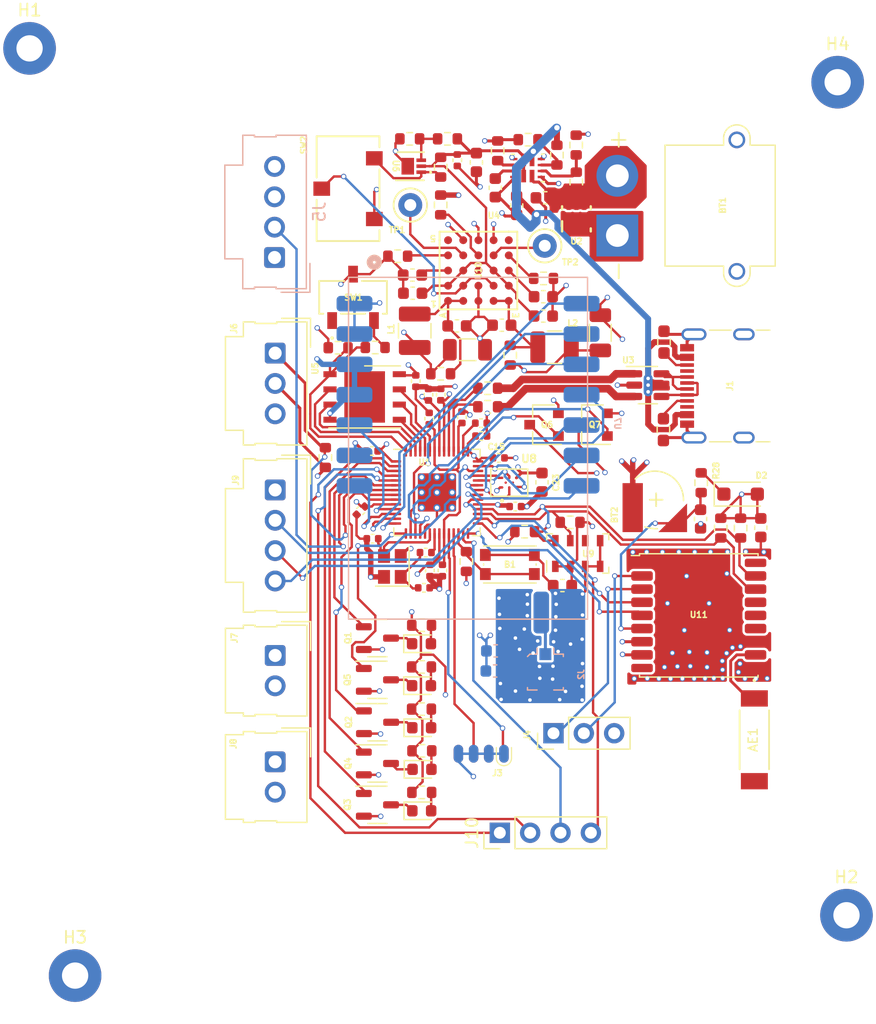
<source format=kicad_pcb>
(kicad_pcb (version 20221018) (generator pcbnew)
  (layers (0 "F.Cu" signal) (1 "In1.Cu" signal) (2 "In2.Cu" signal) (31 "B.Cu" signal) (34 "B.Paste" user) (35 "F.Paste" user) (36 "B.SilkS" user "B.Silkscreen") (37 "F.SilkS" user "F.Silkscreen") (38 "B.Mask" user) (39 "F.Mask" user) (44 "Edge.Cuts" user))
  (net 0 "")
  (net 1 "Net-(AE1-A)")
  (net 2 "GND")
  (net 3 "Net-(U1-RUN)")
  (net 4 "+BATT")
  (net 5 "Net-(BT2-+)")
  (net 6 "+1V1")
  (net 7 "Net-(U1-XIN)")
  (net 8 "Net-(C3-Pad1)")
  (net 9 "+3V3")
  (net 10 "VBUS")
  (net 11 "Net-(U4-SS)")
  (net 12 "VCC")
  (net 13 "+5V")
  (net 14 "Net-(D1-K)")
  (net 15 "Net-(D1-A)")
  (net 16 "Net-(D2-K)")
  (net 17 "Net-(J1-CC1)")
  (net 18 "Net-(J1-D+-PadA6)")
  (net 19 "Net-(J1-D--PadA7)")
  (net 21 "Net-(J1-CC2)")
  (net 23 "Net-(J2-In)")
  (net 24 "/RP_SWCLK")
  (net 26 "/RP_SWD")
  (net 28 "Net-(J4-Pin_1)")
  (net 29 "Net-(J4-Pin_2)")
  (net 30 "Net-(U1-XOUT)")
  (net 31 "/USB_D+")
  (net 32 "Net-(U1-USB_DP)")
  (net 33 "/USB_D-")
  (net 34 "Net-(U1-USB_DM)")
  (net 35 "Net-(U4-OV1)")
  (net 36 "Net-(U4-OV2)")
  (net 37 "Net-(SW1-B)")
  (net 38 "/QSPI_SS")
  (net 39 "Net-(U4-ILM)")
  (net 40 "Net-(U6-IN+)")
  (net 41 "Net-(SW2-C)")
  (net 42 "/SCL")
  (net 43 "/SDA")
  (net 45 "/LVC_CUTOFF")
  (net 47 "/SERVO_PWM")
  (net 48 "/DRF_TXEN")
  (net 49 "/DRF_SW")
  (net 50 "/DRF_DIO1")
  (net 51 "/DRF_BUSY")
  (net 52 "/RDIO_RST")
  (net 53 "/EXTINT")
  (net 54 "/TIMEPULSE")
  (net 55 "/MISO")
  (net 56 "/DRF_CS")
  (net 57 "/SCK")
  (net 58 "/MOSI")
  (net 59 "/FRAM_CS")
  (net 60 "/QSPI_SD3")
  (net 61 "/QSPI_SCLK")
  (net 62 "/QSPI_SD0")
  (net 63 "/QSPI_SD2")
  (net 64 "/QSPI_SD1")
  (net 73 "Net-(U10-TRACK{slash}SS1)")
  (net 74 "Net-(U10-TRACK{slash}SS2)")
  (net 75 "Net-(U10-FB2)")
  (net 76 "Net-(U10-FB1)")
  (net 77 "Net-(U10-FREQ)")
  (net 78 "Net-(U10-PG00D2)")
  (net 79 "Net-(U10-PG00D1)")
  (net 83 "Net-(D3-K)")
  (net 84 "Net-(D3-A)")
  (net 85 "Net-(D4-K)")
  (net 86 "Net-(D4-A)")
  (net 87 "Net-(D5-K)")
  (net 88 "Net-(D5-A)")
  (net 89 "Net-(D6-K)")
  (net 90 "Net-(D6-A)")
  (net 91 "Net-(C25-Pad1)")
  (net 92 "Net-(C26-Pad1)")
  (net 93 "/LED5")
  (net 94 "/LED3")
  (net 95 "/LED1")
  (net 96 "/LED2")
  (net 97 "/LED4")
  (net 98 "Net-(J7-Pin_2)")
  (net 99 "Net-(J8-Pin_2)")
  (net 100 "/HEATER1")
  (net 101 "/TEMP")
  (net 102 "/HEATER2")
  (net 103 "/PGOOD_CUT")
  (net 104 "/CUT_CURR")
  (net 105 "/DATA_CUT")
  (net 106 "/GPIO16")
  (net 107 "/GPIO19")
  (net 108 "/GPIO2")
  (net 109 "/GPIO3")
  (footprint "Resistor_SMD:R_0603_1608Metric" (layer "F.Cu") (at 151.98 94.53 90)
    (fp_text reference "R26" hide)
    (fp_text value "620k")
  )
  (footprint "Resistor_SMD:R_0603_1608Metric" (layer "F.Cu") (at 154.13 124.37 90)
    (fp_text reference "R2" hide)
    (fp_text value "10k")
  )
  (footprint "BPP_Lib:TPS2121" (layer "F.Cu") (at 159.25 91.44 180)
    (fp_text reference "U4")
    (fp_text value "TPS2121RUXR")
  )
  (footprint "Capacitor_SMD:C_0603_1608Metric" (layer "F.Cu") (at 162.17 126.38 180)
    (fp_text reference "C29" hide)
    (fp_text value "100nF")
  )
  (footprint "Resistor_SMD:R_0603_1608Metric" (layer "F.Cu") (at 177.08 121.57 -90)
    (fp_text reference "R25" hide)
    (fp_text value "10K")
  )
  (footprint "Resistor_SMD:R_0603_1608Metric" (layer "F.Cu") (at 148.39 98.82 180)
    (fp_text reference "R22" hide)
    (fp_text value "8.25k")
  )
  (footprint "Capacitor_SMD:C_0402_1005Metric" (layer "F.Cu") (at 158.23 119.77)
    (fp_text reference "C13" hide)
    (fp_text value "100nF")
  )
  (footprint "LED_SMD:LED_0603_1608Metric" (layer "F.Cu") (at 150.3775 134.76)
    (fp_text reference "D6" hide)
    (fp_text value "LED")
  )
  (footprint "MountingHole:MountingHole_2.2mm_M2_Pad" (layer "F.Cu") (at 185.2 84.26)
    (fp_text reference "H4")
    (fp_text value "M2")
  )
  (footprint "Resistor_SMD:R_0603_1608Metric" (layer "F.Cu") (at 163.32 89.52 90)
    (fp_text reference "R10" hide)
    (fp_text value "??")
  )
  (footprint "Connector_USB:USB_C_Receptacle_GCT_USB4105-xx-A_16P_TopMnt_Horizontal" (layer "F.Cu") (at 176.28 109.68 90)
    (fp_text reference "J1")
    (fp_text value "USB_C_Receptacle_USB2.0")
  )
  (footprint "Capacitor_SMD:C_0603_1608Metric" (layer "F.Cu") (at 157.095 104.595 180)
    (fp_text reference "C25" hide)
    (fp_text value "47uF")
  )
  (footprint "LED_SMD:LED_0603_1608Metric" (layer "F.Cu") (at 150.3775 131.25)
    (fp_text reference "D1" hide)
    (fp_text value "LED")
  )
  (footprint "Capacitor_SMD:C_0402_1005Metric" (layer "F.Cu") (at 146.23 115.12 180)
    (fp_text reference "C8" hide)
    (fp_text value "100nF")
  )
  (footprint "MountingHole:MountingHole_2.2mm_M2_Pad" (layer "F.Cu") (at 121.39 159.02)
    (fp_text reference "H3")
    (fp_text value "M2")
  )
  (footprint "Capacitor_SMD:C_0603_1608Metric" (layer "F.Cu") (at 160.57 103.83)
    (fp_text reference "C28" hide)
    (fp_text value "10uF")
  )
  (footprint "Capacitor_SMD:C_0603_1608Metric" (layer "F.Cu") (at 173.73 120.81 -90)
    (fp_text reference "C37" hide)
    (fp_text value "1uF")
  )
  (footprint "Resistor_SMD:R_0603_1608Metric" (layer "F.Cu") (at 159.01 121.87)
    (fp_text reference "R18" hide)
    (fp_text value "DNF")
  )
  (footprint "Capacitor_SMD:C_0603_1608Metric" (layer "F.Cu") (at 160.46 117.74 -90)
    (fp_text reference "C23")
    (fp_text value "100nF")
  )
  (footprint "Resistor_SMD:R_0603_1608Metric" (layer "F.Cu") (at 175.42 121.57 -90)
    (fp_text reference "R24" hide)
    (fp_text value "10K")
  )
  (footprint "Resistor_SMD:R_0603_1608Metric" (layer "F.Cu") (at 150.4075 140.21)
    (fp_text reference "R30" hide)
    (fp_text value "470")
  )
  (footprint "Capacitor_SMD:C_0603_1608Metric" (layer "F.Cu") (at 178.77 121.54 -90)
    (fp_text reference "C35" hide)
    (fp_text value "1uF")
  )
  (footprint "Inductor_SMD:L_1210_3225Metric" (layer "F.Cu") (at 161.51 106.44 180)
    (fp_text reference "L2")
    (fp_text value "3.3uH")
  )
  (footprint "Package_TO_SOT_SMD:SC-59" (layer "F.Cu") (at 160.63 112.92 180)
    (fp_text reference "Q6")
    (fp_text value "Q_NMOS_GSD")
  )
  (footprint "LED_SMD:LED_0603_1608Metric" (layer "F.Cu") (at 150.4175 141.76)
    (fp_text reference "D5" hide)
    (fp_text value "LED")
  )
  (footprint "Resistor_SMD:R_0603_1608Metric" (layer "F.Cu") (at 150.3975 143.69)
    (fp_text reference "R29" hide)
    (fp_text value "470")
  )
  (footprint "Capacitor_SMD:C_0402_1005Metric" (layer "F.Cu") (at 155.38 113.87)
    (fp_text reference "C12" hide)
    (fp_text value "100nF")
  )
  (footprint "Capacitor_SMD:C_0402_1005Metric" (layer "F.Cu") (at 150.58 126.57)
    (fp_text reference "C3" hide)
    (fp_text value "10pF")
  )
  (footprint "Capacitor_SMD:C_1206_3216Metric" (layer "F.Cu") (at 165.34 105.23 90)
    (fp_text reference "C27" hide)
    (fp_text value "15uF")
  )
  (footprint "Capacitor_SMD:C_0402_1005Metric" (layer "F.Cu") (at 145.290589 120.109411 -135)
    (fp_text reference "C7" hide)
    (fp_text value "100nF")
  )
  (footprint "MountingHole:MountingHole_2.2mm_M2_Pad" (layer "F.Cu") (at 185.94 153.97)
    (fp_text reference "H2")
    (fp_text value "M2")
  )
  (footprint "Capacitor_SMD:C_0603_1608Metric" (layer "F.Cu") (at 149.62 100.4 180)
    (fp_text reference "C32" hide)
    (fp_text value "0.1uF")
  )
  (footprint "Inductor_SMD:L_1210_3225Metric" (layer "F.Cu") (at 149.81 105.06 90)
    (fp_text reference "L1")
    (fp_text value "3.3uH")
  )
  (footprint "Capacitor_SMD:C_0402_1005Metric" (layer "F.Cu") (at 151.02 112.41 90)
    (fp_text reference "C4" hide)
    (fp_text value "100nF")
  )
  (footprint "Resistor_SMD:R_0603_1608Metric" (layer "F.Cu") (at 157.8 107.1 90)
    (fp_text reference "R21" hide)
    (fp_text value "100m")
  )
  (footprint "Capacitor_SMD:C_0603_1608Metric" (layer "F.Cu") (at 160.730001 93.934999 180)
    (fp_text reference "C10" hide)
    (fp_text value "10uF")
  )
  (footprint "Resistor_SMD:R_0603_1608Metric" (layer "F.Cu") (at 163.330001 92.614999 90)
    (fp_text reference "R9" hide)
    (fp_text value "??")
  )
  (footprint "Package_TO_SOT_SMD:SOT-23-3" (layer "F.Cu") (at 146.6875 130.78)
    (fp_text reference "Q1")
    (fp_text value "Q_NMOS_GSD")
  )
  (footprint "Capacitor_SMD:C_0402_1005Metric" (layer "F.Cu") (at 156.84 115.7)
    (fp_text reference "C15")
    (fp_text value "100nF")
  )
  (footprint "BPP_Lib:ANT_1575AT_JOT-M" (layer "F.Cu") (at 178.23 139.29 -90)
    (fp_text reference "AE1")
    (fp_text value "Antenna")
  )
  (footprint "Package_TO_SOT_SMD:SOT-23-6" (layer "F.Cu") (at 169.32 109.61)
    (fp_text reference "U3")
    (fp_text value "USBLC6-2SC6")
  )
  (footprint "Resistor_SMD:R_0603_1608Metric" (layer "F.Cu") (at 160.59 100.68)
    (fp_text reference "R23" hide)
    (fp_text value "13.3k")
  )
  (footprint "BPP_Lib:W25Q64JVZP" (layer "F.Cu") (at 145.62 110.6)
    (fp_text reference "U5")
    (fp_text value "W25Q128JVS")
  )
  (footprint "Connector_PinHeader_2.54mm:PinHeader_1x04_P2.54mm_Vertical" (layer "F.Cu") (at 156.93 147.07 90)
    (fp_text reference "J10")
    (fp_text value "Conn_01x04")
  )
  (footprint "Capacitor_SMD:C_1206_3216Metric" (layer "F.Cu") (at 154.22 106.65)
    (fp_text reference "C24" hide)
    (fp_text value "15uF")
  )
  (footprint "Resistor_SMD:R_0603_1608Metric" (layer "F.Cu") (at 149.390699 89 180)
    (fp_text reference "R16" hide)
    (fp_text value "100K")
  )
  (footprint "Capacitor_SMD:C_0603_1608Metric" (layer "F.Cu") (at 153.345 104.655)
    (fp_text reference "C26" hide)
    (fp_text value "47uF")
  )
  (footprint "GHOUL2024:LGA25_6P25X6P25_ADI" (layer "F.Cu") (at 155.14 100.02 90)
    (fp_text reference "U10")
    (fp_text value "LTM4622AEV-PBF")
  )
  (footprint "LED_SMD:LED_0603_1608Metric" (layer "F.Cu") (at 150.395 138.28)
    (fp_text reference "D3" hide)
    (fp_text value "LED")
  )
  (footprint "Resistor_SMD:R_0603_1608Metric" (layer "F.Cu") (at 150.3775 133.19)
    (fp_text reference "R31" hide)
    (fp_text value "470")
  )
  (footprint "Resistor_SMD:R_0603_1608Metric" (layer "F.Cu") (at 143.4 106.48 180)
    (fp_text reference "R14" hide)
    (fp_text value "DNF")
  )
  (footprint "Resistor_SMD:R_0603_1608Metric" (layer "F.Cu") (at 161.71 90.36 -90)
    (fp_text reference "R7" hide)
    (fp_text value "??")
  )
  (footprint "Connector_Molex:Molex_SL_171971-0002_1x02_P2.54mm_Vertical" (layer "F.Cu") (at 138.13 132.23 -90)
    (fp_text reference "J7")
    (fp_text value "Conn_01x02")
  )
  (footprint "Button_Switch_SMD:SW_Push_1P1T_NO_CK_KMR2" (layer "F.Cu") (at 157.77 124.62)
    (fp_text reference "B1")
    (fp_text value "KMR2")
  )
  (footprint "Connector_Molex:Molex_SL_171971-0002_1x02_P2.54mm_Vertical" (layer "F.Cu") (at 138.13 141.13 -90)
    (fp_text reference "J8")
    (fp_text value "Conn_01x02")
  )
  (footprint "Capacitor_SMD:C_0402_1005Metric" (layer "F.Cu") (at 151.99 110.4 90)
    (fp_text reference "C14" hide)
    (fp_text value "100nF")
  )
  (footprint "Resistor_SMD:R_0603_1608Metric" (layer "F.Cu") (at 159.3 89.07 180)
    (fp_text reference "R8" hide)
    (fp_text value "??")
  )
  (footprint "Capacitor_SMD:C_0402_1005Metric" (layer "F.Cu") (at 155.36 112.79)
    (fp_text reference "C6" hide)
    (fp_text value "1uF")
  )
  (footprint "Package_LGA:LGA-8_3x5mm_P1.25mm" (layer "F.Cu") (at 163.45 123.7 90)
    (fp_text reference "U9")
    (fp_text value "MS5607-02BA")
  )
  (footprint "Capacitor_SMD:C_0402_1005Metric" (layer "F.Cu") (at 146.28 122.46 180)
    (fp_text reference "C2" hide)
    (fp_text value "10pF")
  )
  (footprint "Resistor_SMD:R_0603_1608Metric" (layer "F.Cu") (at 155.92 109.87 180)
    (fp_text reference "R5" hide)
    (fp_text value "27")
  )
  (footprint "Capacitor_SMD:C_0402_1005Metric" (layer "F.Cu") (at 153.370699 90.79 -90)
    (fp_text reference "C19" hide)
    (fp_text value "1uF")
  )
  (footprint "Resistor_SMD:R_0603_1608Metric" (layer "F.Cu") (at 151.98 108.66)
    (fp_text reference "R20" hide)
    (fp_text value "100m")
  )
  (footprint "Connector_Molex:Molex_SL_171971-0003_1x03_P2.54mm_Vertical" (layer "F.Cu") (at 138.13 106.93 -90)
    (fp_text reference "J6")
    (fp_text value "Conn_01x03")
  )
  (footprint "TestPoint:TestPoint_Keystone_5000-5004_Miniature" (layer "F.Cu") (at 149.44 94.54 90)
    (fp_text reference "TP1")
    (fp_text value "TestPoint")
  )
  (footprint "Capacitor_SMD:C_0603_1608Metric" (layer "F.Cu") (at 158.34 94.58 -90)
    (fp_text reference "C9" hide)
    (fp_text value "10uF")
  )
  (footprint "Capacitor_SMD:C_0402_1005Metric" (layer "F.Cu") (at 150.73 123.62)
    (fp_text reference "R1" hide)
    (fp_text value "1K")
  )
  (footprint "Package_TO_SOT_SMD:SOT-23-3" (layer "F.Cu") (at 146.6875 141.27)
    (fp_text reference "Q4")
    (fp_text value "Q_NMOS_GSD")
  )
  (footprint "Resistor_SMD:R_0603_1608Metric" (layer "F.Cu") (at 150.375 136.72)
    (fp_text reference "R27" hide)
    (fp_text value "470")
  )
  (footprint "Capacitor_SMD:C_0402_1005Metric" (layer "F.Cu") (at 151.08 125.12 -90)
    (fp_text reference "C18" hide)
    (fp_text value "100nF")
  )
  (footprint "Connector_AMASS:AMASS_XT30PW-M_1x02_P2.50mm_Horizontal" (layer "F.Cu") (at 166.765 97.09 -90)
    (fp_text reference "BT1")
    (fp_text value "1S1P LiPo")
  )
  (footprint "BPP_Lib:BGA8CP30X40_5X3_309X228X35B25N" (layer "F.Cu") (at 157.721268 117.77 90)
    (fp_text reference "U8")
    (fp_text value "MB85RS1MT")
  )
  (footprint "Resistor_SMD:R_0603_1608Metric" (layer "F.Cu") (at 146.5 106.46 180)
    (fp_text reference "R12" hide)
    (fp_text value "1K")
  )
  (footprint "Package_TO_SOT_SMD:SOT-23-3" (layer "F.Cu") (at 146.6875 134.27)
    (fp_text reference "Q5")
    (fp_text value "Q_NMOS_GSD")
  )
  (footprint "Package_TO_SOT_SMD:SOT-23-3" (layer "F.Cu") (at 146.6875 144.73)
    (fp_text reference "Q3")
    (fp_text value "Q_NMOS_GSD")
  )
  (footprint "Resistor_SMD:R_0603_1608Metric" (layer "F.Cu") (at 142.33 115.67 90)
    (fp_text reference "R32" hide)
    (fp_text value "4.7k")
  )
  (footprint "Resistor_SMD:R_0603_1608Metric" (layer "F.Cu") (at 155.92 111.42 180)
    (fp_text reference "R6" hide)
    (fp_text value "27")
  )
  (footprint "BPP_Lib:RP2040-QFN-56" (layer "F.Cu") (at 151.67 118.59)
    (fp_text reference "U1")
    (fp_text value "MCU_RaspberryPi_RP2040_RP2040")
  )
  (footprint "Resistor_SMD:R_0603_1608Metric_Pad0.98x0.95mm_HandSolder" (layer "F.Cu") (at 170.62 113.33 90)
    (fp_text reference "R3" hide)
    (fp_text value "5.1K")
  )
  (footprint "BPP_Lib:SEIKO_ML414H_IV01E" (layer "F.Cu") (at 169.9 119.21 -90)
    (fp_text reference "BT2")
    (fp_text value "3V")
  )
  (footprint "Resistor_SMD:R_0603_1608Metric" (layer "F.Cu") (at 173.78 117.775 -90)
    (fp_text reference "R28")
    (fp_text value "3.3K")
  )
  (footprint "Diode_SMD:D_SOD-123F" (layer "F.Cu") (at 177.08 118.73)
    (fp_text reference "D2")
    (fp_text value "0.5A/40V/240mV")
  )
  (footprint "MountingHole:MountingHole_2.2mm_M2_Pad" (layer "F.Cu") (at 117.58 81.43)
    (fp_text reference "H1")
    (fp_text value "M2")
  )
  (footprint "Package_TO_SOT_SMD:SOT-23-3" (layer "F.Cu") (at 146.6975 137.82)
    (fp_text reference "Q2")
    (fp_text value "Q_NMOS_GSD")
  )
  (footprint "Resistor_SMD:R_0603_1608Metric" (layer "F.Cu") (at 156.75 90 90)
    (fp_text reference "R13" hide)
    (fp_text value "44.2K")
  )
  (footprint "TestPoint:TestPoint_Keystone_5000-5004_Miniature" (layer "F.Cu") (at 160.69 97.95 90)
    (fp_text reference "TP2")
    (fp_text value "TestPoint")
  )
  (footprint "Capacitor_SMD:C_0402_1005Metric" (layer "F.Cu") (at 153.76 112.3 90)
    (fp_text reference "C5" hide)
    (fp_text value "1uF")
  )
  (footprint "LED_SMD:LED_0603_1608Metric" (layer "F.Cu") (at 150.3975 145.23)
    (fp_text reference "D4" hide)
    (fp_text value "LED")
  )
  (footprint "Capacitor_SMD:C_0402_1005Metric" (layer "F.Cu") (at 150.96 110.41 90)
    (fp_text reference "C11" hide)
    (fp_text value "100nF")
  )
  (footprint "Capacitor_SMD:C_0603_1608Metric" (layer "F.Cu") (at 149.64 101.92 180)
    (fp_text reference "C30" hide)
    (fp_text value "10uF")
  )
  (footprint "Capacitor_SMD:C_0603_1608Metric" (layer "F.Cu") (at 160.57 102.21)
    (fp_text reference "C31" hide)
    (fp_text value "0.1uF")
  )
  (footprint "Connector_Molex:Molex_SL_171971-0004_1x04_P2.54mm_Vertical" (layer "F.Cu") (at 138.13 118.38 -90)
    (fp_text reference "J9")
    (fp_text value "Conn_01x04")
  )
  (footprint "BPP_Lib:SOIC_clipProgSmall" (layer "F.Cu") (at 155.37 141.205)
    (fp_text reference "J3")
    (fp_text value "SOICbite")
  )
  (footprint "Package_TO_SOT_SMD:SC-59" (layer "F.Cu") (at 164.73 112.92 180)
    (fp_text reference "Q7")
    (fp_text value "Q_NMOS_GSD")
  )
  (footprint "Crystal:Crystal_SMD_2520-4Pin_2.5x2.0mm" (layer "F.Cu") (at 147.94 124.78 90)
    (fp_text reference "Y1" hide)
    (fp_text value "12MHz")
  )
  (footprint "Capacitor_SMD:C_0402_1005Metric" (layer "F.Cu") (at 149.9 109.27 -90)
    (fp_text reference "C20" hide)
    (fp_text value "100nF")
  )
  (footprint "Capacitor_SMD:C_0402_1005Metric" (layer "F.Cu") (at 152.13 125.12 -90)
    (fp_text reference "C1" hide)
    (fp_text value "100nF")
  )
  (footprint "Resistor_SMD:R_0603_1608Metric" (layer "F.Cu") (at 150.3875 129.7)
    (fp_text reference "R11" hide)
    (fp_text value "470")
  )
  (footprint "BPP_Lib:CAS-120TB_NDC-M" (layer "F.Cu") (at 144.65 102.2649)
    (fp_text reference "SW1")
    (fp_text value "~")
  )
  (footprint "Resistor_SMD:R_0603_1608Metric" (layer "F.Cu") (at 152.550699 89 180)
    (fp_text reference "R15" hide)
    (fp_text value "1.5M")
  )
  (footprint "Capacitor_SMD:C_0603_1608Metric" (layer "F.Cu") (at 154.97 90.97 -90)
    (fp_text reference "C17" hide)
    (fp_text value "1uF")
  )
  (footprint "BPP_Lib:DFN-3_DC_LIT" (layer "F.Cu") (at 149.4031 91.29 180)
    (fp_text reference "U6")
    (fp_text value "LT6703CDC-3")
  )
  (footprint "BPP_Lib:CL-SB-12B-01_NDC" (layer "F.Cu") (at 144.23 93.17 90)
    (fp_text reference "SW2")
    (fp_text value "SLIDE")
  )
  (footprint "RF_GPS:ublox_MAX" (layer "F.Cu") (at 173.58 128.88)
    (fp_text reference "U11")
    (fp_text value "MAX-M10S")
  )
  (footprint "Resistor_SMD:R_0603_1608Metric_Pad0.98x0.95mm_HandSolder" (layer "F.Cu") (at 170.67 106.01 90)
    (fp_text reference "R4" hide)
    (fp_text value "5.1K")
  )
  (footprint "BPP_Lib:TVS1800" (layer "F.Cu") (at 163.340001 95.694999 90)
    (fp_text reference "U2")
    (fp_text value "TVS1800DRVR")
  )
  (footprint "Capacitor_SMD:C_0603_1608Metric" (layer "F.Cu") (at 156.55 93.1 -90)
    (fp_text reference "C16" hide)
    (fp_text value "10nF")
  )
  (footprint "Resistor_SMD:R_0603_1608Metric" (layer "F.Cu") (at 162.81 121.09 180)
    (fp_text reference "R19" hide)
    (fp_text value "DNF")
  )
  (footprint "Connector_PinHeader_2.54mm:PinHeader_1x03_P2.54mm_Vertical" (layer "F.Cu") (at 161.42 138.74 90)
    (fp_text reference "J4")
    (fp_text value "Conn_01x03_Pin")
  )
  (footprint "Resistor_SMD:R_0603_1608Metric" (layer "F.Cu") (at 151.980699 91.37 -90)
    (fp_text reference "R17" hide)
    (fp_text value "510K")
  )
  (footprint "Capacitor_SMD:C_0603_1608Metric" (layer "B.Cu") (at 156.585 131.85)
    (fp_text reference "C22" hide)
    (fp_text value "1uF")
  )
  (footprint "Capacitor_SMD:C_0603_1608Metric" (layer "B.Cu") (at 156.54 133.53)
    (fp_text reference "C21" hide)
    (fp_text value "10uF")
  )
  (footprint "Connector_Coaxial:U.FL_Molex_MCRF_73412-0110_Vertical" (layer "B.Cu") (at 160.745 133.62)
    (fp_text reference "J2")
    (fp_text value "U.FL")
  )
  (footprint "Connector_Molex:Molex_SL_171971-0004_1x04_P2.54mm_Vertical" (layer "B.Cu") (at 138.08 98.93 90)
    (fp_text reference "J5")
    (fp_text value "Conn_01x04")
  )
  (footprint "BPP_Lib:DRF1262TL" (layer "B.Cu") (at 154.27 114.89)
    (fp_text reference "U7")
    (fp_text value "DRF1262TL")
  )
  (segment (start 177.727299 135.827299) (end 178.23 135.827299) (width 0.2) (layer "F.Cu") (net 1))
  (segment (start 176.25 132.69) (end 176.25 134.35) (width 0.24) (layer "F.Cu") (net 1))
  (segment (start 176.25 134.35) (end 177.727299 135.827299) (width 0.24) (layer "F.Cu") (net 1))
  (segment (start 176.76 132.18) (end 176.25 132.69) (width 0.24) (layer "F.Cu") (net 1))
  (segment (start 178.33 132.18) (end 176.76 132.18) (width 0.24) (layer "F.Cu") (net 1))
  (segment (start 160.4 90.67) (end 160.625213 90.444787) (width 0.25) (layer "F.Cu") (net 2))
  (segment (start 160.57 124.57) (end 160.57 125.555) (width 0.2) (layer "F.Cu") (net 2))
  (segment (start 160.949999 92.74) (end 161.85 92.74) (width 0.25) (layer "F.Cu") (net 2))
  (segment (start 155.84 112.79) (end 155.84 113.85) (width 0.2) (layer "F.Cu") (net 2))
  (segment (start 150.96 109.93) (end 151.98 109.93) (width 0.45) (layer "F.Cu") (net 2))
  (segment (start 151.88 126.67) (end 151.88 125.85) (width 0.45) (layer "F.Cu") (net 2))
  (segment (start 164.075 126.865) (end 163.85 127.09) (width 0.2) (layer "F.Cu") (net 2))
  (segment (start 155.84 112.79) (end 155.84 112.01) (width 0.2) (layer "F.Cu") (net 2))
  (segment (start 148.985 100.24) (end 148.985 100.26) (width 0.2) (layer "F.Cu") (net 2))
  (segment (start 170.8625 114) (end 173.175 114) (width 0.25) (layer "F.Cu") (net 2))
  (segment (start 168.05 116.89) (end 167.13 115.97) (width 0.45) (layer "F.Cu") (net 2))
  (segment (start 150.78 109.75) (end 150.96 109.93) (width 0.45) (layer "F.Cu") (net 2))
  (segment (start 149.9 109.75) (end 150.78 109.75) (width 0.45) (layer "F.Cu") (net 2))
  (segment (start 165.34 103.92) (end 167.19 105.77) (width 0.2) (layer "F.Cu") (net 2))
  (segment (start 148.2 90.0205) (end 148.2 90.2619) (width 0.2) (layer "F.Cu") (net 2))
  (segment (start 165.34 103.755) (end 165.34 102.86) (width 0.2) (layer "F.Cu") (net 2))
  (segment (start 145.22 122.46) (end 145.8 122.46) (width 0.2) (layer "F.Cu") (net 2))
  (segment (start 154.97 92.71) (end 155.28 93.02) (width 0.25) (layer "F.Cu") (net 2))
  (segment (start 164.075 124.775) (end 164.075 126.865) (width 0.2) (layer "F.Cu") (net 2))
  (segment (start 158.100002 92.190001) (end 158.100002 92.324998) (width 0.25) (layer "F.Cu") (net 2))
  (segment (start 170.9325 105.36) (end 173.175 105.36) (width 0.25) (layer "F.Cu") (net 2))
  (segment (start 160.57 125.555) (end 161.395 126.38) (width 0.2) (layer "F.Cu") (net 2))
  (segment (start 154.97 91.745) (end 154.97 92.71) (width 0.25) (layer "F.Cu") (net 2))
  (segment (start 153.87 97.48) (end 153.87 97.44) (width 0.2) (layer "F.Cu") (net 2))
  (segment (start 168.05 119.86) (end 168.05 117.37) (width 0.45) (layer "F.Cu") (net 2))
  (segment (start 158.089999 90.689999) (end 157.95 90.55) (width 0.25) (layer "F.Cu") (net 2))
  (segment (start 161.54 102.21) (end 162.48 101.27) (width 0.2) (layer "F.Cu") (net 2))
  (segment (start 151.67 120.78) (end 151.67 119.865) (width 0.2) (layer "F.Cu") (net 2))
  (segment (start 155.625 103.9) (end 156.32 104.595) (width 0.2) (layer "F.Cu") (net 2))
  (segment (start 172.6 106.48) (end 172.6 105.935) (width 0.25) (layer "F.Cu") (net 2))
  (segment (start 147.565 98.82) (end 146.0624 100.3226) (width 0.2) (layer "F.Cu") (net 2))
  (segment (start 146.0624 100.3226) (end 144.65 100.3226) (width 0.2) (layer "F.Cu") (net 2))
  (segment (start 146.428101 93.431899) (end 146.62 93.24) (width 0.2) (layer "F.Cu") (net 2))
  (segment (start 157.121268 118.17) (end 156.9555 118.17) (width 0.2) (layer "F.Cu") (net 2))
  (segment (start 154.875 103.9) (end 154.12 104.655) (width 0.2) (layer "F.Cu") (net 2))
  (segment (start 151.67 119.865) (end 151.67 118.59) (width 0.2) (layer "F.Cu") (net 2))
  (segment (start 155.84 112.01) (end 155.88 111.97) (width 0.2) (layer "F.Cu") (net 2))
  (segment (start 151.08 125.87) (end 151.08 125.6) (width 0.45) (layer "F.Cu") (net 2))
  (segment (start 170.62 114.2425) (end 170.8625 114) (width 0.25) (layer "F.Cu") (net 2))
  (segment (start 157.37 95.46) (end 157.11 95.2) (width 0.25) (layer "F.Cu") (net 2))
  (segment (start 155.675 89.175) (end 155.67 89.17) (width 0.25) (layer "F.Cu") (net 2))
  (segment (start 146.428101 95.71) (end 146.428101 93.431899) (width 0.2) (layer "F.Cu") (net 2))
  (segment (start 150.67 122.0275) (end 150.67 121.495025) (width 0.2) (layer "F.Cu") (net 2))
  (segment (start 155.84 113.85) (end 155.86 113.87) (width 0.2) (layer "F.Cu") (net 2))
  (segment (start 161.83 111.97) (end 161.83 111.27) (width 0.2) (layer "F.Cu") (net 2))
  (segment (start 146.855 135.22) (end 146.865 135.21) (width 0.2) (layer "F.Cu") (net 2))
  (segment (start 158.100002 92.324998) (end 156.55 93.875) (width 0.25) (layer "F.Cu") (net 2))
  (segment (start 161.345 102.21) (end 161.345 103.83) (width 0.2) (layer "F.Cu") (net 2))
  (segment (start 160.4 90.689999) (end 160.4 90.67) (width 0.25) (layer "F.Cu") (net 2))
  (segment (start 144.9395 122.1795) (end 145.22 122.46) (width 0.2) (layer "F.Cu") (net 2))
  (segment (start 144.9395 120.4605) (end 144.9395 122.1795) (width 0.2) (layer "F.Cu") (net 2))
  (segment (start 153.370699 91.27) (end 155.120699 93.02) (width 0.2) (layer "F.Cu") (net 2))
  (segment (start 172.6 105.935) (end 173.175 105.36) (width 0.25) (layer "F.Cu") (net 2))
  (segment (start 154.875 103.9) (end 155.19 103.9) (width 0.2) (layer "F.Cu") (net 2))
  (segment (start 151.88 125.85) (end 152.13 125.6) (width 0.45) (layer "F.Cu") (net 2))
  (segment (start 159.205 119.77) (end 160.46 118.515) (width 0.45) (layer "F.Cu") (net 2))
  (segment (start 155.14 102.56) (end 155.14 103.85) (width 0.2) (layer "F.Cu") (net 2))
  (segment (start 144.65 100.3226) (end 144.4674 100.3226) (width 0.2) (layer "F.Cu") (net 2))
  (segment (start 151.16 121.29) (end 151.67 120.78) (width 0.2) (layer "F.Cu") (net 2))
  (segment (start 173.73 121.585) (end 173.73 121.22) (width 0.2) (layer "F.Cu") (net 2))
  (segment (start 156.32 104.64) (end 155.265 105.695) (width 0.2) (layer "F.Cu") (net 2))
  (segment (start 147.095 131.73) (end 147.105 131.74) (width 0.2) (layer "F.Cu") (net 2))
  (segment (start 168.05 117.37) (end 168.05 117.25) (width 0.45) (layer "F.Cu") (net 2))
  (segment (start 161.415 102.14) (end 161.345 102.21) (width 0.2) (layer "F.Cu") (net 2))
  (segment (start 157.78 95.46) (end 157.37 95.46) (width 0.25) (layer "F.Cu") (net 2))
  (segment (start 168.1825 109.61) (end 166.77 109.61) (width 0.25) (layer "F.Cu") (net 2))
  (segment (start 155.14 96.45) (end 154.78 96.09) (width 0.2) (layer "F.Cu") (net 2))
  (segment (start 178.77 122.315) (end 178.77 123.33) (width 0.2) (layer "F.Cu") (net 2))
  (segment (start 144.4674 100.3226) (end 143.63 101.16) (width 0.2) (layer "F.Cu") (net 2))
  (segment (start 155.265 106.22) (end 155.695 106.65) (width 0.2) (layer "F.Cu") (net 2))
  (segment (start 168.05 115.95) (end 168.13 115.87) (width 0.2) (layer "F.Cu") (net 2))
  (segment (start 156.75 89.175) (end 155.675 89.175) (width 0.25) (layer "F.Cu") (net 2))
  (segment (start 151.06 126.57) (end 151.78 126.57) (width 0.2) (layer "F.Cu") (net 2))
  (segment (start 165.34 103.755) (end 165.34 103.92) (width 0.2) (layer "F.Cu") (net 2))
  (segment (start 160.77 94.749998) (end 160.77 95.89) (width 0.25) (layer "F.Cu") (net 2))
  (segment (start 156.855 89.07) (end 156.75 89.175) (width 0.25) (layer "F.Cu") (net 2))
  (segment (start 161.345 102.21) (end 161.54 102.21) (width 0.2) (layer "F.Cu") (net 2))
  (segment (start 152.19 109.72) (end 151.99 109.92) (width 0.2) (layer "F.Cu") (net 2))
  (segment (start 151.78 126.57) (end 151.88 126.67) (width 0.2) (layer "F.Cu") (net 2))
  (segment (start 158.34 95.355) (end 158.235 95.46) (width 0.25) (layer "F.Cu") (net 2))
  (segment (start 178.77 123.33) (end 179.02 123.58) (width 0.2) (layer "F.Cu") (net 2))
  (segment (start 159.955001 93.934999) (end 160.77 94.749998) (width 0.25) (layer "F.Cu") (net 2))
  (segment (start 172.6 113.425) (end 173.175 114) (width 0.25) (layer "F.Cu") (net 2))
  (segment (start 154.12 104.655) (end 154.225 104.655) (width 0.2) (layer "F.Cu") (net 2))
  (segment (start 155.120699 93.02) (end 155.28 93.02) (width 0.2) (layer "F.Cu") (net 2))
  (segment (start 173.73 121.22) (end 173.74 121.21) (width 0.2) (layer "F.Cu") (net 2))
  (segment (start 146.13 123.63) (end 146.13 125.67) (width 0.45) (layer "F.Cu") (net 2))
  (segment (start 165.93 111.97) (end 167.13 111.97) (width 0.2) (layer "F.Cu") (net 2))
  (segment (start 172.6 112.88) (end 172.6 113.425) (width 0.25) (layer "F.Cu") (net 2))
  (segment (start 151.02 111.899314) (end 149.9 110.779314) (width 0.2) (layer "F.Cu") (net 2))
  (segment (start 147.565 98.82) (end 148.985 100.24) (width 0.2) (layer "F.Cu") (net 2))
  (segment (start 164.32 88.61) (end 163.405 88.61) (width 0.25) (layer "F.Cu") (net 2))
  (segment (start 142.72 111.96) (end 142.72 112.505) (width 0.2) (layer "F.Cu") (net 2))
  (segment (start 159.82 123.82) (end 160.57 124.57) (width 0.2) (layer "F.Cu") (net 2))
  (segment (start 155.19 103.9) (end 155.625 103.9) (width 0.2) (layer "F.Cu") (net 2))
  (segment (start 153.465 93.705) (end 153.48 93.72) (width 0.45) (layer "F.Cu") (net 2))
  (segment (start 149.48 123.2895) (end 149.2555 123.2895) (width 0.25) (layer "F.Cu") (net 2))
  (segment (start 158.475 89.07) (end 156.855 89.07) (width 0.25) (layer "F.Cu") (net 2))
  (segment (start 145.75 115.12) (end 145.497657 115.12) (width 0.25) (layer "F.Cu") (net 2))
  (segment (start 145.55 135.22) (end 146.855 135.22) (width 0.2) (layer "F.Cu") (net 2))
  (segment (start 156.41 97.48) (end 156.41 96.13) (width 0.2) (layer "F.Cu") (net 2))
  (segment (start 161.395 126.845) (end 161.59 127.04) (width 0.2) (layer "F.Cu") (net 2))
  (segment (start 168.05 117.25) (end 169.23 116.07) (width 0.45) (layer "F.Cu") (net 2))
  (segment (start 155.14 103.85) (end 155.19 103.9) (width 0.2) (layer "F.Cu") (net 2))
  (segment (start 146.9225 138.77) (end 146.9525 138.8) (width 0.2) (layer "F.Cu") (net 2))
  (segment (start 168.05 119.86) (end 168.05 115.95) (width 0.45) (layer "F.Cu") (net 2))
  (segment (start 158.71 119.77) (end 159.205 119.77) (width 0.45) (layer "F.Cu") (net 2))
  (segment (start 149.9 110.779314) (end 149.9 109.75) (width 0.2) (layer "F.Cu") (net 2))
  (segment (start 165.325 122.625) (end 165.325 124.775) (width 0.2) (layer "F.Cu") (net 2))
  (segment (start 148.845 101.9) (end 148.865 101.92) (width 0.2) (layer "F.Cu") (net 2))
  (segment (start 154.225 104.655) (end 155.265 105.695) (width 0.2) (layer "F.Cu") (net 2))
  (segment (start 158.235 95.46) (end 157.78 95.46) (width 0.25) (layer "F.Cu") (net 2))
  (segment (start 144.951178 120.448822) (end 144.9395 120.4605) (width 0.2) (layer "F.Cu") (net 2))
  (segment (start 150.875025 121.29) (end 151.16 121.29) (width 0.2) (layer "F.Cu") (net 2))
  (segment (start 159.82 123.82) (end 155.72 123.82) (width 0.2) (layer "F.Cu") (net 2))
  (segment (start 148.2 89.365699) (end 148.565699 89) (width 0.2) (layer "F.Cu") (net 2))
  (segment (start 148.845 100.4) (end 148.845 101.9) (width 0.2) (layer "F.Cu") (net 2))
  (segment (start 150.67 121.495025) (end 150.875025 121.29) (width 0.2) (layer "F.Cu") (net 2))
  (segment (start 161.395 126.38) (end 161.395 126.845) (width 0.2) (layer "F.Cu") (net 2))
  (segment (start 153.87 97.44) (end 152.6 96.17) (width 0.2) (layer "F.Cu") (net 2))
  (segment (start 145.56 138.77) (end 146.9225 138.77) (width 0.2) (layer "F.Cu") (net 2))
  (segment (start 165.34 102.86) (end 165.93 102.27) (width 0.2) (layer "F.Cu") (net 2))
  (segment (start 151.08 125.6) (end 152.13 125.6) (width 0.45) (layer "F.Cu") (net 2))
  (segment (start 157.32 115.7) (end 158.26 115.7) (width 0.2) (layer "F.Cu") (net 2))
  (segment (start 153.76 111.82) (end 154.138832 111.82) (width 0.2) (layer "F.Cu") (net 2))
  (segment (start 161.83 111.27) (end 161.43 110.87) (width 0.2) (layer "F.Cu") (net 2))
  (segment (start 163.405 88.61) (end 163.32 88.695) (width 0.25) (layer "F.Cu") (net 2))
  (segment (start 145.497657 115.12) (end 144.83 114.452343) (width 0.25) (layer "F.Cu") (net 2))
  (segment (start 155.265 105.695) (end 155.265 106.22) (width 0.2) (layer "F.Cu") (net 2))
  (segment (start 153.18 109.72) (end 152.19 109.72) (width 0.2) (layer "F.Cu") (net 2))
  (segment (start 151.88 126.67) (end 151.08 125.87) (width 0.45) (layer "F.Cu") (net 2))
  (segment (start 160.4 92.190001) (end 160.949999 92.74) (width 0.25) (layer "F.Cu") (net 2))
  (segment (start 149.2555 123.2895) (end 148.64 123.905) (width 0.25) (layer "F.Cu") (net 2))
  (segment (start 145.8 122.46) (end 145.8 123.3) (width 0.45) (layer "F.Cu") (net 2))
  (segment (start 145.55 131.73) (end 147.095 131.73) (width 0.2) (layer "F.Cu") (net 2))
  (segment (start 156.55 93.875) (end 156.86 93.875) (width 0.25) (layer "F.Cu") (net 2))
  (segment (start 146.13 125.67) (end 146.145 125.655) (width 0.45) (layer "F.Cu") (net 2))
  (segment (start 148.2 90.0205) (end 148.2 89.365699) (width 0.2) (layer "F.Cu") (net 2))
  (segment (start 148.985 100.26) (end 148.845 100.4) (width 0.2) (layer "F.Cu") (net 2))
  (segment (start 170.67 105.0975) (end 170.9325 105.36) (width 0.25) (layer "F.Cu") (net 2))
  (segment (start 161.415 100.68) (end 161.415 102.14) (width 0.2) (layer "F.Cu") (net 2))
  (segment (start 158.100002 90.689999) (end 158.089999 90.689999) (width 0.25) (layer "F.Cu") (net 2))
  (segment (start 168.05 117.37) (end 168.05 116.89) (width 0.45) (layer "F.Cu") (net 2))
  (segment (start 151.98 93.705) (end 153.465 93.705) (width 0.45) (layer "F.Cu") (net 2))
  (segment (start 146.955 145.68) (end 146.965 145.69) (width 0.2) (layer "F.Cu") (net 2))
  (segment (start 145.8 123.3) (end 146.13 123.63) (width 0.45) (layer "F.Cu") (net 2))
  (segment (start 155.14 101.29) (end 155.14 102.56) (width 0.2) (layer "F.Cu") (net 2))
  (segment (start 146.145 125.655) (end 147.24 125.655) (width 0.45) (layer "F.Cu") (net 2))
  (segment (start 156.86 93.875) (end 158.34 95.355) (width 0.25) (layer "F.Cu") (net 2))
  (segment (start 145.55 142.22) (end 146.785 142.22) (width 0.2) (layer "F.Cu") (net 2))
  (segment (start 154.138832 111.82) (end 154.424647 112.105815) (width 0.2) (layer "F.Cu") (net 2))
  (segment (start 165.325 124.775) (end 164.075 124.775) (width 0.2) (layer "F.Cu") (net 2))
  (segment (start 148.2 90.2619) (end 149.2281 91.29) (width 0.2) (layer "F.Cu") (net 2))
  (segment (start 151.98 109.93) (end 151.99 109.92) (width 0.45) (layer "F.Cu") (net 2))
  (segment (start 156.32 104.595) (end 156.32 104.64) (width 0.2) (layer "F.Cu") (net 2))
  (segment (start 151.02 111.93) (end 151.02 111.899314) (width 0.2) (layer "F.Cu") (net 2))
  (segment (start 155.14 97.48) (end 155.14 96.45) (width 0.2) (layer "F.Cu") (net 2))
  (segment (start 156.9555 118.17) (end 156.68 118.4455) (width 0.2) (layer "F.Cu") (net 2))
  (segment (start 145.55 145.68) (end 146.955 145.68) (width 0.2) (layer "F.Cu") (net 2))
  (via (at 155.28 93.02) (size 0.45) (drill 0.3) (layers "F.Cu" "B.Cu") (net 2))
  (via (at 172.79 131.94) (size 0.45) (drill 0.3) (layers "F.Cu" "B.Cu") (net 2))
  (via (at 154.78 96.09) (size 0.45) (drill 0.3) (layers "F.Cu" "B.Cu") (net 2))
  (via (at 177.03 132.92) (size 0.45) (drill 0.3) (layers "F.Cu" "B.Cu") (net 2))
  (via (at 177.07 131.48) (size 0.45) (drill 0.3) (layers "F.Cu" "B.Cu") (net 2))
  (via (at 168.06 123.59) (size 0.45) (drill 0.3) (layers "F.Cu" "B.Cu") (net 2))
  (via (at 156.93 129.97) (size 0.45) (drill 0.3) (layers "F.Cu" "B.Cu") (net 2))
  (via (at 177.44 134.17) (size 0.45) (drill 0.3) (layers "F.Cu" "B.Cu") (net 2))
  (via (at 161.94 135.93) (size 0.45) (drill 0.3) (layers "F.Cu" "B.Cu") (net 2))
  (via (at 163.81 134.81) (size 0.45) (drill 0.3) (layers "F.Cu" "B.Cu") (net 2))
  (via (at 155.88 111.97) (size 0.45) (drill 0.3) (layers "F.Cu" "B.Cu") (net 2))
  (via (at 160.625213 90.444787) (size 0.45) (drill 0.3) (layers "F.Cu" "B.Cu") (net 2))
  (via (at 178.36 134.17) (size 0.45) (drill 0.3) (layers "F.Cu" "B.Cu") (net 2))
  (via (at 158.58 131.72) (size 0.45) (drill 0.3) (layers "F.Cu" "B.Cu") (net 2))
  (via (at 171.79 133.15) (size 0.45) (drill 0.3) (layers "F.Cu" "B.Cu") (net 2))
  (via (at 146.965 145.69) (size 0.45) (drill 0.3) (layers "F.Cu" "B.Cu") (net 2))
  (via (at 156.86 127.44) (size 0.45) (drill 0.3) (layers "F.Cu" "B.Cu") (net 2))
  (via (at 167.19 105.77) (size 0.45) (drill 0.3) (layers "F.Cu" "B.Cu") (net 2))
  (via (at 175.93 125.38) (size 0.45) (drill 0.3) (layers "F.Cu" "B.Cu") (net 2))
  (via (at 149.48 123.2895) (size 0.45) (drill 0.3) (layers "F.Cu" "B.Cu") (net 2))
  (via (at 170.54 123.58) (size 0.45) (drill 0.3) (layers "F.Cu" "B.Cu") (net 2))
  (via (at 158.233721 130.773721) (size 0.45) (drill 0.3) (layers "F.Cu" "B.Cu") (net 2))
  (via (at 173.19 134.17) (size 0.45) (drill 0.3) (layers "F.Cu" "B.Cu") (net 2))
  (via (at 157.04 135.91) (size 0.45) (drill 0.3) (layers "F.Cu" "B.Cu") (net 2))
  (via (at 146.865 135.21) (size 0.45) (drill 0.3) (layers "F.Cu" "B.Cu") (net 2))
  (via (at 166.77 109.61) (size 0.45) (drill 0.3) (layers "F.Cu" "B.Cu") (net 2))
  (via (at 174.1 134.16) (size 0.45) (drill 0.3) (layers "F.Cu" "B.Cu") (net 2))
  (via (at 156.98 134.58) (size 0.45) (drill 0.3) (layers "F.Cu" "B.Cu") (net 2))
  (via (at 161.81 131.9) (size 0.45) (drill 0.3) (layers "F.Cu" "B.Cu") (net 2))
  (via (at 163.85 132.91) (size 0.45) (drill 0.3) (layers "F.Cu" "B.Cu") (net 2))
  (via (at 143.63 101.16) (size 0.45) (drill 0.3) (layers "F.Cu" "B.Cu") (net 2))
  (via (at 169.23 116.07) (size 0.45) (drill 0.3) (layers "F.Cu" "B.Cu") (net 2))
  (via (at 160.1 131.02) (size 0.45) (drill 0.3) (layers "F.Cu" "B.Cu") (net 2))
  (via (at 147.105 131.74) (size 0.45) (drill 0.3) (layers "F.Cu" "B.Cu") (net 2))
  (via (at 142.72 111.96) (size 0.45) (drill 0.3) (layers "F.Cu" "B.Cu") (net 2))
  (via (at 161.43 131.09) (size 0.45) (drill 0.3) (layers "F.Cu" "B.Cu") (net 2))
  (via (at 175.55 132.69) (size 0.45) (drill 0.3) (layers "F.Cu" "B.Cu") (net 2))
  (via (at 170.71 133.21) (size 0.45) (drill 0.3) (layers "F.Cu" "B.Cu") (net 2))
  (via (at 146.13 125.67) (size 0.45) (drill 0.3) (layers "F.Cu" "B.Cu") (net 2))
  (via (at 175.91 132.04) (size 0.45) (drill 0.3) (layers "F.Cu" "B.Cu") (net 2))
  (via (at 172.21 134.17) (size 0.45) (drill 0.3) (layers "F.Cu" "B.Cu") (net 2))
  (via (at 156.41 96.13) (size 0.45) (drill 0.3) (layers "F.Cu" "B.Cu") (net 2))
  (via (at 171.91 123.57) (size 0.45) (drill 0.3) (layers "F.Cu" "B.Cu") (net 2))
  (via (at 161.59 127.04) (size 0.45) (drill 0.3) (layers "F.Cu" "B.Cu") (net 2))
  (via (at 153.48 93.72) (size 0.45) (drill 0.3) (layers "F.Cu" "B.Cu") (net 2))
  (via (at 141.63 107.42) (size 0.45) (drill 0.3) (layers "F.Cu" "B.Cu") (net 2))
  (via (at 158.24 135.21) (size 0.45) (drill 0.3) (layers "F.Cu" "B.Cu") (net 2))
  (via (at 155.265 105.695) (size 0.45) (drill 0.3) (layers "F.Cu" "B.Cu") (net 2))
  (via (at 157.95 90.55) (size 0.45) (drill 0.3) (layers "F.Cu" "B.Cu") (net 2))
  (via (at 159.45 135.96) (size 0.45) (drill 0.3) (layers "F.Cu" "B.Cu") (net 2))
  (via (at 146.785 142.22) (size 0.45) (drill 0.3) (layers "F.Cu" "B.Cu") (net 2))
  (via (at 170.24 134.17) (size 0.45) (drill 0.3) (layers "F.Cu" "B.Cu") (net 2))
  (via (at 151.88 126.67) (size 0.45) (drill 0.3) (layers "F.Cu" "B.Cu") (net 2))
  (via (at 161.65 127.95) (size 0.45) (drill 0.3) (layers "F.Cu" "B.Cu") (net 2))
  (via (at 160.28 134.14) (size 0.45) (drill 0.3) (layers "F.Cu" "B.Cu") (net 2))
  (via (at 169.22 123.58) (size 0.45) (drill 0.3) (layers "F.Cu" "B.Cu") (net 2))
  (via (at 168.13 115.87) (size 0.45) (drill 0.3) (layers "F.Cu" "B.Cu") (net 2))
  (via (at 173.74 121.21) (size 0.45) (drill 0.3) (layers "F.Cu" "B.Cu") (net 2))
  (via (at 167.13 111.97) (size 0.45) (drill 0.3) (layers "F.Cu" "B.Cu") (net 2))
  (via (at 171.37 132.02) (size 0.45) (drill 0.3) (layers "F.Cu" "B.Cu") (net 2))
  (via (at 158.26 115.7) (size 0.45) (drill 0.3) (layers "F.Cu" "B.Cu") (net 2))
  (via (at 162.43 135.24) (size 0.45) (drill 0.3) (layers "F.Cu" "B.Cu") (net 2))
  (via (at 153.18 109.72) (size 0.45) (drill 0.3) (layers "F.Cu" "B.Cu") (net 2))
  (via (at 162.48 101.27) (size 0.45) (drill 0.3) (layers "F.Cu" "B.Cu") (net 2))
  (via (at 175.98 123.57) (size 0.45) (drill 0.3) (layers "F.Cu" "B.Cu") (net 2))
  (via (at 148.2 90.0205) (size 0.45) (drill 0.3) (layers "F.Cu" "B.Cu") (net 2))
  (via (at 144.83 114.452343) (size 0.45) (drill 0.3) (layers "F.Cu" "B.Cu") (net 2))
  (via (at 169.27 134.15) (size 0.45) (drill 0.3) (layers "F.Cu" "B.Cu") (net 2))
  (via (at 176.9 133.63) (size 0.45) (drill 0.3) (layers "F.Cu" "B.Cu") (net 2))
  (via (at 163.82 135.96) (size 0.45) (drill 0.3) (layers "F.Cu" "B.Cu") (net 2))
  (via (at 177.51 123.55) (size 0.45) (drill 0.3) (layers "F.Cu" "B.Cu") (net 2))
  (via (at 157.11 95.2) (size 0.45) (drill 0.3) (layers "F.Cu" "B.Cu") (net 2))
  (via (at 154.424647 112.105815) (size 0.45) (drill 0.3) (layers "F.Cu" "B.Cu") (net 2))
  (via (at 175.57 133.43) (size 0.45) (drill 0.3) (layers "F.Cu" "B.Cu") (net 2))
  (via (at 161.59 130.12) (size 0.45) (drill 0.3) (layers "F.Cu" "B.Cu") (net 2))
  (via (at 161.85 92.74) (size 0.45) (drill 0.3) (layers "F.Cu" "B.Cu") (net 2))
  (via (at 176.16 130.11) (size 0.45) (drill 0.3) (layers "F.Cu" "B.Cu") (net 2))
  (via (at 174.27 131.98) (size 0.45) (drill 0.3) (layers "F.Cu" "B.Cu") (net 2))
  (via (at 163.82 130.87) (size 0.45) (drill 0.3) (layers "F.Cu" "B.Cu") (net 2))
  (via (at 146.9525 138.8) (size 0.45) (drill 0.3) (layers "F.Cu" "B.Cu") (net 2))
  (via (at 161.62 128.99) (size 0.45) (drill 0.3) (layers "F.Cu" "B.Cu") (net 2))
  (via (at 172.87 133.13) (size 0.45) (drill 0.3) (layers "F.Cu" "B.Cu") (net 2))
  (via (at 155.67 89.17) (size 0.45) (drill 0.3) (layers "F.Cu" "B.Cu") (net 2))
  (via (at 172.56 125.59) (size 0.45) (drill 0.3) (layers "F.Cu" "B.Cu") (net 2))
  (via (at 161.35 134.21) (size 0.45) (drill 0.3) (layers "F.Cu" "B.Cu") (net 2))
  (via (at 164.32 88.61) (size 0.45) (drill 0.3) (layers "F.Cu" "B.Cu") (net 2))
  (via (at 159.24 127.94) (size 0.45) (drill 0.3) (layers "F.Cu" "B.Cu") (net 2))
  (via (at 174.27 133.21) (size 0.45) (drill 0.3) (layers "F.Cu" "B.Cu") (net 2))
  (via (at 170.96 127.87) (size 0.45) (drill 0.3) (layers "F.Cu" "B.Cu") (net 2))
  (via (at 179.3 134.15) (size 0.45) (drill 0.3) (layers "F.Cu" "B.Cu") (net 2))
  (via (at 167.13 115.97) (size 0.45) (drill 0.3) (layers "F.Cu" "B.Cu") (net 2))
  (via (at 156.68 118.4455) (size 0.45) (drill 0.3) (layers "F.Cu" "B.Cu") (net 2))
  (via (at 163.85 128.85) (size 0.45) (drill 0.3) (layers "F.Cu" "B.Cu") (net 2))
  (via (at 154.72 142.36) (size 0.45) (drill 0.3) (layers "F.Cu" "B.Cu") (net 2))
  (via (at 152.6 96.17) (size 0.45) (drill 0.3) (layers "F.Cu" "B.Cu") (net 2))
  (via (at 156.9 128.79) (size 0.45) (drill 0.3) (layers "F.Cu" "B.Cu") (net 2))
  (via (at 179.02 123.58) (size 0.45) (drill 0.3) (layers "F.Cu" "B.Cu") (net 2))
  (via (at 163.85 127.09) (size 0.45) (drill 0.3) (layers "F.Cu" "B.Cu") (net 2))
  (via (at 168.18 134.17) (size 0.45) (drill 0.3) (layers "F.Cu" "B.Cu") (net 2))
  (via (at 176.4 131.58) (size 0.45) (drill 0.3) (layers "F.Cu" "B.Cu") (net 2))
  (via (at 158.98 130.02) (size 0.45) (drill 0.3) (layers "F.Cu" "B.Cu") (net 2))
  (via (at 160.77 95.89) (size 0.45) (drill 0.3) (layers "F.Cu" "B.Cu") (net 2))
  (via (at 146.62 93.24) (size 0.45) (drill 0.3) (layers "F.Cu" "B.Cu") (net 2))
  (via (at 165.93 102.27) (size 0.45) (drill 0.3) (layers "F.Cu" "B.Cu") (net 2))
  (via (at 174.84 134.14) (size 0.45) (drill 0.3) (layers "F.Cu" "B.Cu") (net 2))
  (via (at 161.38 133.13) (size 0.45) (drill 0.3) (layers "F.Cu" "B.Cu") (net 2))
  (via (at 174.56 123.57) (size 0.45) (drill 0.3) (layers "F.Cu" "B.Cu") (net 2))
  (via (at 159.23 128.9) (size 0.45) (drill 0.3) (layers "F.Cu" "B.Cu") (net 2))
  (via (at 175.58 134.14) (size 0.45) (drill 0.3) (layers "F.Cu" "B.Cu") (net 2))
  (via (at 172.37 130.12) (size 0.45) (drill 0.3) (layers "F.Cu" "B.Cu") (net 2))
  (via (at 171.22 134.18) (size 0.45) (drill 0.3) (layers "F.Cu" "B.Cu") (net 2))
  (via (at 173.24 123.58) (size 0.45) (drill 0.3) (layers "F.Cu" "B.Cu") (net 2))
  (via (at 159.23 127.14) (size 0.45) (drill 0.3) (layers "F.Cu" "B.Cu") (net 2))
  (via (at 159.205 119.77) (size 0.45) (drill 0.3) (layers "F.Cu" "B.Cu") (net 2))
  (via (at 174.44 127.87) (size 0.45) (drill 0.3) (layers "F.Cu" "B.Cu") (net 2))
  (via (at 160.25 133.15) (size 0.45) (drill 0.3) (layers "F.Cu" "B.Cu") (net 2))
  (via (at 159.72 132.03) (size 0.45) (drill 0.3) (layers "F.Cu" "B.Cu") (net 2))
  (via (at 162.85 131.28) (size 0.45) (drill 0.3) (layers "F.Cu" "B.Cu") (net 2))
  (via (at 161.43 110.87) (size 0.45) (drill 0.3) (layers "F.Cu" "B.Cu") (net 2))
  (segment (start 144.83 114.452343) (end 144.83 115.43) (width 0.25) (layer "B.Cu") (net 2))
  (segment (start 144.77 110.41) (end 144.27 110.41) (width 0.45) (layer "B.Cu") (net 2))
  (segment (start 153.465 141.105) (end 154.72 142.36) (width 0.2) (layer "B.Cu") (net 2))
  (segment (start 144.83 115.43) (end 144.77 115.49) (width 0.25) (layer "B.Cu") (net 2))
  (segment (start 153.465 140.455) (end 153.465 141.105) (width 0.2) (layer "B.Cu") (net 2))
  (segment (start 157.275 140.455) (end 153.465 140.455) (width 0.2) (layer "B.Cu") (net 2))
  (segment (start 144.77 107.87) (end 144.77 110.41) (width 0.45) (layer "B.Cu") (net 2))
  (segment (start 142.08 107.87) (end 141.63 107.42) (width 0.45) (layer "B.Cu") (net 2))
  (segment (start 144.77 107.87) (end 142.08 107.87) (width 0.45) (layer "B.Cu") (net 2))
  (segment (start 144.27 110.41) (end 142.72 111.96) (width 0.45) (layer "B.Cu") (net 2))
  (segment (start 154.13 123.545) (end 153.47 122.885) (width 0.2) (layer "F.Cu") (net 3))
  (segment (start 159.82 125.42) (end 155.72 125.42) (width 0.2) (layer "F.Cu") (net 3))
  (segment (start 153.47 122.885) (end 153.47 122.0275) (width 0.2) (layer "F.Cu") (net 3))
  (segment (start 154.13 123.545) (end 154.13 123.83) (width 0.2) (layer "F.Cu") (net 3))
  (segment (start 154.13 123.83) (end 155.72 125.42) (width 0.2) (layer "F.Cu") (net 3))
  (segment (start 159.625001 92.115) (end 159.625001 92.465001) (width 0.25) (layer "F.Cu") (net 4))
  (segment (start 160.185003 92.615001) (end 161.505001 93.934999) (width 0.25) (layer "F.Cu") (net 4))
  (segment (start 159.775001 92.615001) (end 160.185003 92.615001) (width 0.25) (layer "F.Cu") (net 4))
  (segment (start 159.625001 92.465001) (end 159.775001 92.615001) (width 0.25) (layer "F.Cu") (net 4))
  (segment (start 171.86 121.17) (end 172 121.31) (width 0.2) (layer "F.Cu") (net 5))
  (segment (start 173.46 118.807462) (end 173.46 118.6) (width 0.2) (layer "F.Cu") (net 5))
  (segment (start 173.72 120.025) (end 173.72 119.067462) (width 0.2) (layer "F.Cu") (net 5))
  (segment (start 169.93 121.17) (end 171.86 121.17) (width 0.2) (layer "F.Cu") (net 5))
  (segment (start 173.73 120.035) (end 173.275 120.035) (width 0.2) (layer "F.Cu") (net 5))
  (segment (start 173.72 119.067462) (end 173.46 118.807462) (width 0.2) (layer "F.Cu") (net 5))
  (segment (start 168.83 129.98) (end 167.07 129.98) (width 0.2) (layer "F.Cu") (net 5))
  (segment (start 173.73 120.035) (end 173.72 120.025) (width 0.2) (layer "F.Cu") (net 5))
  (segment (start 173.275 120.035) (end 172 121.31) (width 0.2) (layer "F.Cu") (net 5))
  (via (at 167.07 129.98) (size 0.45) (drill 0.3) (layers "F.Cu" "B.Cu") (net 5))
  (via (at 169.93 121.17) (size 0.45) (drill 0.3) (layers "F.Cu" "B.Cu") (net 5))
  (segment (start 169.68 121.17) (end 167.07 123.78) (width 0.2) (layer "B.Cu") (net 5))
  (segment (start 167.07 123.78) (end 167.07 129.98) (width 0.2) (layer "B.Cu") (net 5))
  (segment (start 169.93 121.17) (end 169.68 121.17) (width 0.2) (layer "B.Cu") (net 5))
  (segment (start 152.66 120.49) (end 153.309911 120.49) (width 0.2) (layer "F.Cu") (net 6))
  (segment (start 153.47 116.529911) (end 153.309911 116.69) (width 0.2) (layer "F.Cu") (net 6))
  (segment (start 151.47 113.36) (end 151.23 113.12) (width 0.2) (layer "F.Cu") (net 6))
  (segment (start 152.27 122.0275) (end 152.27 120.88) (width 0.2) (layer "F.Cu") (net 6))
  (segment (start 153.309911 120.49) (end 153.58 120.219911) (width 0.2) (layer "F.Cu") (net 6))
  (segment (start 153.309911 116.69) (end 152.464974 116.69) (width 0.2) (layer "F.Cu") (net 6))
  (segment (start 153.58 120.219911) (end 153.58 116.960089) (width 0.2) (layer "F.Cu") (net 6))
  (segment (start 153.58 116.960089) (end 153.309911 116.69) (width 0.2) (layer "F.Cu") (net 6))
  (segment (start 153.47 115.1525) (end 153.47 113.07) (width 0.2) (layer "F.Cu") (net 6))
  (segment (start 151.47 115.1525) (end 151.47 113.36) (width 0.2) (layer "F.Cu") (net 6))
  (segment (start 151.9 116.69) (end 152.58 116.69) (width 0.2) (layer "F.Cu") (net 6))
  (segment (start 152.27 124.5) (end 152.13 124.64) (width 0.2) (layer "F.Cu") (net 6))
  (segment (start 152.27 120.88) (end 152.66 120.49) (width 0.2) (layer "F.Cu") (net 6))
  (segment (start 151.47 116.26) (end 151.9 116.69) (width 0.2) (layer "F.Cu") (net 6))
  (segment (start 153.47 115.1525) (end 153.47 116.529911) (width 0.2) (layer "F.Cu") (net 6))
  (segment (start 151.47 115.1525) (end 151.47 116.26) (width 0.2) (layer "F.Cu") (net 6))
  (segment (start 152.27 122.0275) (end 152.27 124.5) (width 0.2) (layer "F.Cu") (net 6))
  (segment (start 153.47 113.07) (end 153.76 112.78) (width 0.2) (layer "F.Cu") (net 6))
  (segment (start 147.24 123.13) (end 147.24 123.905) (width 0.2) (layer "F.Cu") (net 7))
  (segment (start 147.24 123.905) (end 146.95 123.615) (width 0.2) (layer "F.Cu") (net 7))
  (segment (start 146.95 123.615) (end 146.95 123.06) (width 0.2) (layer "F.Cu") (net 7))
  (segment (start 147.605 122.765) (end 147.24 123.13) (width 0.2) (layer "F.Cu") (net 7))
  (segment (start 146.95 123.06) (end 146.76 122.87) (width 0.2) (layer "F.Cu") (net 7))
  (segment (start 150.864975 122.765) (end 147.605 122.765) (width 0.2) (layer "F.Cu") (net 7))
  (segment (start 151.07 122.0275) (end 151.07 122.559975) (width 0.2) (layer "F.Cu") (net 7))
  (segment (start 146.76 122.87) (end 146.76 122.46) (width 0.2) (layer "F.Cu") (net 7))
  (segment (start 151.07 122.559975) (end 150.864975 122.765) (width 0.2) (layer "F.Cu") (net 7))
  (segment (start 150.25 124.045) (end 148.64 125.655) (width 0.2) (layer "F.Cu") (net 8))
  (segment (start 148.64 125.655) (end 148.685 125.655) (width 0.2) (layer "F.Cu") (net 8))
  (segment (start 150.25 123.62) (end 150.25 124.045) (width 0.2) (layer "F.Cu") (net 8))
  (segment (start 149.65 126.62) (end 150.04 126.62) (width 0.2) (layer "F.Cu") (net 8))
  (segment (start 148.685 125.655) (end 149.65 126.62) (width 0.2) (layer "F.Cu") (net 8))
  (segment (start 150.3275 132.415) (end 149.5525 133.19) (width 0.2) (layer "F.Cu") (net 9))
  (segment (start 178.48 118.73) (end 178.48 120.475) (width 0.2) (layer "F.Cu") (net 9))
  (segment (start 162.945 126.38) (end 162.945 124.895) (width 0.2) (layer "F.Cu") (net 9))
  (segment (start 151.197746 124.64) (end 151.08 124.64) (width 0.2) (layer "F.Cu") (net 9))
  (segment (start 150.3275 133.965) (end 150.3275 135.9425) (width 0.2) (layer "F.Cu") (net 9))
  (segment (start 154.7555 115.52) (end 155.1075 115.872) (width 0.2) (layer "F.Cu") (net 9))
  (segment (start 149.5825 140.21) (end 150.4675 141.095) (width 0.2) (layer "F.Cu") (net 9))
  (segment (start 162.825 124.775) (end 161.575 124.775) (width 0.2) (layer "F.Cu") (net 9))
  (segment (start 142.33 116.5695) (end 142.33 116.495) (width 0.25) (layer "F.Cu") (net 9))
  (segment (start 146.38626 119.59) (end 146.20626 119.77) (width 0.2) (layer "F.Cu") (net 9))
  (segment (start 155.1075 115.872) (end 155.1075 115.99) (width 0.2) (layer "F.Cu") (net 9))
  (segment (start 149.55 136.72) (end 150.445 137.615) (width 0.2) (layer "F.Cu") (net 9))
  (segment (start 157.75 119.77) (end 157.57 119.59) (width 0.2) (layer "F.Cu") (net 9))
  (segment (start 154.27 114.5) (end 154.9 113.87) (width 0.2) (layer "F.Cu") (net 9))
  (segment (start 168.83 131.08) (end 167.18 131.08) (width 0.25) (layer "F.Cu") (net 9))
  (segment (start 152.709122 110.349122) (end 152.709122 110.533341) (width 0.2) (layer "F.Cu") (net 9))
  (segment (start 178.84 120.745) (end 175.42 120.745) (width 0.2) (layer "F.Cu") (net 9))
  (segment (start 175.42 120.745) (end 175.42 120.49) (width 0.2) (layer "F.Cu") (net 9))
  (segment (start 142.575 106.48) (end 142.575 105.745) (width 0.2) (layer "F.Cu") (net 9))
  (segment (start 157.75 119.77) (end 156.9155 119.77) (width 0.2) (layer "F.Cu") (net 9))
  (segment (start 149.5625 129.7) (end 150.3275 130.465) (width 0.2) (layer "F.Cu") (net 9))
  (segment (start 148.615 108.79) (end 148.52 108.695) (width 0.2) (layer "F.Cu") (net 9))
  (segment (start 158.321268 117.37) (end 158.731268 116.96) (width 0.25) (layer "F.Cu") (net 9))
  (segment (start 158.731268 116.96) (end 158.450878 116.67961) (width 0.25) (layer "F.Cu") (net 9))
  (segment (start 158.185 121.87) (end 158.185 122.155) (width 0.2) (layer "F.Cu") (net 9))
  (segment (start 141.6795 117.22) (end 142.33 116.5695) (width 0.25) (layer "F.Cu") (net 9))
  (segment (start 162.945 124.895) (end 162.825 124.775) (width 0.2) (layer "F.Cu") (net 9))
  (segment (start 148.2325 119.59) (end 146.38626 119.59) (width 0.2) (layer "F.Cu") (net 9))
  (segment (start 138.13 109.47) (end 140.195 111.535) (width 0.25) (layer "F.Cu") (net 9))
  (segment (start 152.27 111.16) (end 151.99 110.88) (width 0.2) (layer "F.Cu") (net 9))
  (segment (start 145.63 119.77) (end 145.33 119.77) (width 0.2) (layer "F.Cu") (net 9))
  (segment (start 154.85 112.85) (end 154.89 112.85) (width 0.2) (layer "F.Cu") (net 9))
  (segment (start 158.185 122.155) (end 157.62 122.72) (width 0.2) (layer "F.Cu") (net 9))
  (segment (start 156.9155 119.77) (end 156.76 119.6145) (width 0.2) (layer "F.Cu") (net 9))
  (segment (start 151.364607 132.17) (end 152.38 133.185393) (width 0.2) (layer "F.Cu") (net 9))
  (segment (start 158.731268 116.96) (end 160.455 116.96) (width 0.25) (layer "F.Cu") (net 9))
  (segment (start 160.83 108.52) (end 159.1 108.52) (width 0.2) (layer "F.Cu") (net 9))
  (segment (start 150.4675 141.095) (end 150.4675 142.795) (width 0.2) (layer "F.Cu") (net 9))
  (segment (start 175.42 120.49) (end 177.17 118.74) (width 0.2) (layer "F.Cu") (net 9))
  (segment (start 152.38 133.185393) (end 152.38 135.52) (width 0.2) (layer "F.Cu") (net 9))
  (segment (start 164.34 121.09) (end 164.68 121.43) (width 0.2) (layer "F.Cu") (net 9))
  (segment (start 177.18 118.73) (end 177.17 118.74) (width 0.2) (layer "F.Cu") (net 9))
  (segment (start 163.4 124.2) (end 162.825 124.775) (width 0.2) (layer "F.Cu") (net 9))
  (segment (start 150.3275 132.17) (end 151.364607 132.17) (width 0.2) (layer "F.Cu") (net 9))
  (segment (start 163.635 121.09) (end 163.4 121.325) (width 0.2) (layer "F.Cu") (net 9))
  (segment (start 163.635 121.09) (end 164.34 121.09) (width 0.2) (layer "F.Cu") (net 9))
  (segment (start 149.28 107.92) (end 149.9 108.54) (width 0.2) (layer "F.Cu") (net 9))
  (segment (start 153.87 113.83) (end 154.85 112.85) (width 0.2) (layer "F.Cu") (net 9))
  (segment (start 146.87 115.12) (end 147.45 114.54) (width 0.2) (layer "F.Cu") (net 9))
  (segment (start 177.08 118.83) (end 177.17 118.74) (width 0.2) (layer "F.Cu") (net 9))
  (segment (start 156.36 115.7) (end 155.3975 115.7) (width 0.2) (layer "F.Cu") (net 9))
  (segment (start 155.3975 115.7) (end 155.1075 115.99) (width 0.2) (layer "F.Cu") (net 9))
  (segment (start 150.752442 110.89) (end 150.428471 110.566029) (width 0.2) (layer "F.Cu") (net 9))
  (segment (start 153.87 115.1525) (end 154.27 115.1525) (width 0.2) (layer "F.Cu") (net 9))
  (segment (start 153.87 115.1525) (end 153.87 113.83) (width 0.2) (layer "F.Cu") (net 9))
  (segment (start 146.20626 119.77) (end 145.63 119.77) (width 0.2) (layer "F.Cu") (net 9))
  (segment (start 154.12 126.2) (end 154.13 126.19) (width 0.2) (layer "F.Cu") (net 9))
  (segment (start 150.3275 130.465) (end 150.3275 132.17) (width 0.2) (layer "F.Cu") (net 9))
  (segment (start 150.4675 142.795) (end 149.5725 143.69) (width 0.2) (layer "F.Cu") (net 9))
  (segment (start 147.04 115.12) (end 146.71 115.12) (width 0.2) (layer "F.Cu") (net 9))
  (segment (start 149.5625 129.7) (end 149.5625 128.5825) (width 0.2) (layer "F.Cu") (net 9))
  (segment (start 154.13 126.19) (end 154.13 125.195) (width 0.2) (layer "F.Cu") (net 9))
  (segment (start 162.91 106.44) (end 160.83 108.52) (width 0.2) (layer "F.Cu") (net 9))
  (segment (start 150.3275 135.9425) (end 149.55 136.72) (width 0.2) (layer "F.Cu") (net 9))
  (segment (start 165.34 106.705) (end 163.175 106.705) (width 0.2) (layer "F.Cu") (net 9))
  (segment (start 154.7555 115.52) (end 154.388 115.1525) (width 0.2) (layer "F.Cu") (net 9))
  (segment (start 150.3275 132.17) (end 150.3275 132.415) (width 0.2) (layer "F.Cu") (net 9))
  (segment (start 163.4 121.325) (end 163.4 124.2) (width 0.2) (layer "F.Cu") (net 9))
  (segment (start 151.87 111.8) (end 150.96 110.89) (width 0.2) (layer "F.Cu") (net 9))
  (segment (start 159.1 108.52) (end 158.97 108.39) (width 0.2) (layer "F.Cu") (net 9))
  (segment (start 151.87 123.967746) (end 151.197746 124.64) (width 0.2) (layer "F.Cu") (net 9))
  (segment (start 145.33 119.77) (end 144.93 119.37) (width 0.2) (layer "F.Cu") (net 9))
  (segment (start 152.709122 110.533341) (end 152.362463 110.88) (width 0.2) (layer "F.Cu") (net 9))
  (segment (start 150.81 124.64) (end 150.03 125.42) (width 0.2) (layer "F.Cu") (net 9))
  (segment (start 149.9 108.79) (end 148.615 108.79) (width 0.2) (layer "F.Cu") (net 9))
  (segment (start 149.5525 133.19) (end 150.3275 133.965) (width 0.2) (layer "F.Cu") (net 9))
  (segment (start 151.87 122.0275) (end 151.87 123.967746) (width 0.2) (layer "F.Cu") (net 9))
  (segment (start 152.362463 110.88) (end 151.99 110.88) (width 0.2) (layer "F.Cu") (net 9))
  (segment (start 146.71 115.12) (end 146.87 115.12) (width 0.2) (layer "F.Cu") (net 9))
  (segment (start 150.96 110.89) (end 150.752442 110.89) (width 0.2) (layer "F.Cu") (net 9))
  (segment (start 140.195 114.36) (end 142.33 116.495) (width 0.25) (layer "F.Cu") (net 9))
  (segment (start 150.445 137.615) (end 150.445 139.3475) (width 0.2) (layer "F.Cu") (net 9))
  (segment (start 158.505 107.925) (end 158.97 108.39) (width 0.2) (layer "F.Cu") (net 9))
  (segment (start 157.57 119.59) (end 155.1075 119.59) (width 0.2) (layer "F.Cu") (net 9))
  (segment (start 168.83 132.18) (end 167.24 132.18) (width 0.25) (layer "F.Cu") (net 9))
  (segment (start 151.87 115.1525) (end 151.87 111.8) (width 0.2) (layer "F.Cu") (net 9))
  (segment (start 152.27 115.1525) (end 152.27 111.16) (width 0.2) (layer "F.Cu") (net 9))
  (segment (start 158.450878 116.67961) (end 158.450878 116.469122) (width 0.25) (layer "F.Cu") (net 9))
  (segment (start 163.175 106.705) (end 162.91 106.44) (width 0.2) (layer "F.Cu") (net 9))
  (segment (start 160.455 116.96) (end 160.46 116.965) (width 0.25) (layer "F.Cu") (net 9))
  (segment (start 142.575 105.745) (end 141.65 104.82) (width 0.2) (layer "F.Cu") (net 9))
  (segment (start 177.08 120.745) (end 177.08 118.83) (width 0.2) (layer "F.Cu") (net 9))
  (segment (start 149.5625 128.5825) (end 149.56 128.58) (width 0.2) (layer "F.Cu") (net 9))
  (segment (start 147.91 115.99) (end 147.04 115.12) (width 0.2) (layer "F.Cu") (net 9))
  (segment (start 150.445 139.3475) (end 149.5825 140.21) (width 0.2) (layer "F.Cu") (net 9))
  (segment (start 154.27 115.1525) (end 154.27 114.5) (width 0.2) (layer "F.Cu") (net 9))
  (segment (start 148.2325 115.99) (end 147.91 115.99) (width 0.2) (layer "F.Cu") (net 9))
  (segment (start 178.48 120.475) (end 178.77 120.765) (width 0.2) (layer "F.Cu") (net 9))
  (segment (start 157.8 107.925) (end 158.505 107.925) (width 0.2) (layer "F.Cu") (net 9))
  (segment (start 140.195 111.535) (end 140.195 114.36) (width 0.25) (layer "F.Cu") (net 9))
  (segment (start 154.388 115.1525) (end 154.27 115.1525) (width 0.2) (layer "F.Cu") (net 9))
  (segment (start 151.08 124.64) (end 150.81 124.64) (width 0.2) (layer "F.Cu") (net 9))
  (segment (start 167.24 132.18) (end 167.2 132.14) (width 0.25) (layer "F.Cu") (net 9))
  (segment (start 149.9 108.54) (end 149.9 108.79) (width 0.2) (layer "F.Cu") (net 9))
  (segment (start 178.48 118.73) (end 177.18 118.73) (width 0.2) (layer "F.Cu") (net 9))
  (via (at 141.6795 117.22) (size 0.45) (drill 0.3) (layers "F.Cu" "B.Cu") (net 9))
  (via (at 150.428471 110.566029) (size 0.45) (drill 0.3) (layers "F.Cu" "B.Cu") (net 9))
  (via (at 158.450878 116.469122) (size 0.45) (drill 0.3) (layers "F.Cu" "B.Cu") (net 9))
  (via (at 149.28 107.92) (size 0.45) (drill 0.3) (layers "F.Cu" "B.Cu") (net 9))
  (via (at 141.65 104.82) (size 0.45) (drill 0.3) (layers "F.Cu" "B.Cu") (net 9))
  (via (at 144.93 119.37) (size 0.45) (drill 0.3) (layers "F.Cu" "B.Cu") (net 9))
  (via (at 149.56 128.58) (size 0.45) (drill 0.3) (layers "F.Cu" "B.Cu") (net 9))
  (via (at 152.709122 110.349122) (size 0.45) (drill 0.3) (layers "F.Cu" "B.Cu") (net 9))
  (via (at 150.03 125.42) (size 0.45) (drill 0.3) (layers "F.Cu" "B.Cu") (net 9))
  (via (at 156.76 119.6145) (size 0.45) (drill 0.3) (layers "F.Cu" "B.Cu") (net 9))
  (via (at 177.17 118.74) (size 0.45) (drill 0.3) (layers "F.Cu" "B.Cu") (net 9))
  (via (at 167.2 132.14) (size 0.45) (drill 0.3) (layers "F.Cu" "B.Cu") (net 9))
  (via (at 164.68 121.43) (size 0.45) (drill 0.3) (layers "F.Cu" "B.Cu") (net 9))
  (via (at 167.18 131.08) (size 0.45) (drill 0.3) (layers "F.Cu" "B.Cu") (net 9))
  (via (at 147.45 114.54) (size 0.45) (drill 0.3) (layers "F.Cu" "B.Cu") (net 9))
  (via (at 154.7555 115.52) (size 0.45) (drill 0.3) (layers "F.Cu" "B.Cu") (net 9))
  (via (at 152.38 135.52) (size 0.45) (drill 0.3) (layers "F.Cu" "B.Cu") (net 9))
  (via (at 157.62 122.72) (size 0.45) (drill 0.3) (layers "F.Cu" "B.Cu") (net 9))
  (via (at 154.12 126.2) (size 0.45) (drill 0.3) (layers "F.Cu" "B.Cu") (net 9))
  (via (at 158.97 108.39) (size 0.45) (drill 0.3) (layers "F.Cu" "B.Cu") (net 9))
  (segment (start 159.7355 90.0445) (end 159.625001 90.154999) (width 0.25) (layer "F.Cu") (net 10))
  (segment (start 169.8 113.33) (end 170.108084 113.33) (width 0.5) (layer "F.Cu") (net 10))
  (segment (start 170.158084 106.01) (end 169.87 106.01) (width 0.5) (layer "F.Cu") (net 10))
  (segment (start 169.345 110.175) (end 169.345 112.875) (width 0.5) (layer "F.Cu") (net 10))
  (segment (start 169.345 109.055) (end 169.345 109.605) (width 0.5) (layer "F.Cu") (net 10))
  (segment (start 169.345 109.605) (end 169.34 109.61) (width 0.5) (layer "F.Cu") (net 10))
  (segment (start 169.345 110.165) (end 169.34 110.17) (width 0.5) (layer "F.Cu") (net 10))
  (segment (start 169.345 106.535) (end 169.345 109.045) (width 0.5) (layer "F.Cu") (net 10))
  (segment (start 171.57 106.398084) (end 171.57 107.080038) (width 0.45) (layer "F.Cu") (net 10))
  (segment (start 171.57 107.080038) (end 171.769962 107.28) (width 0.45) (layer "F.Cu") (net 10))
  (segment (start 169.34 109.61) (end 169.345 109.615) (width 0.5) (layer "F.Cu") (net 10))
  (segment (start 171.675 112.08) (end 172.6 112.08) (width 0.45) (layer "F.Cu") (net 10))
  (segment (start 171.181916 106.01) (end 171.57 106.398084) (width 0.45) (layer "F.Cu") (net 10))
  (segment (start 169.345 112.875) (end 169.8 113.33) (width 0.5) (layer "F.Cu") (net 10))
  (segment (start 171.6 112.861916) (end 171.6 112.155) (width 0.45) (layer "F.Cu") (net 10))
  (segment (start 160 95.33) (end 159.865 95.33) (width 0.5) (layer "F.Cu") (net 10))
  (segment (start 169.345 109.045) (end 169.34 109.05) (width 0.5) (layer "F.Cu") (net 10))
  (segment (start 171.769962 107.28) (end 172.6 107.28) (width 0.45) (layer "F.Cu") (net 10))
  (segment (start 159.865 95.33) (end 158.34 93.805) (width 0.5) (layer "F.Cu") (net 10))
  (segment (start 171.131916 113.33) (end 171.6 112.861916) (width 0.45) (layer "F.Cu") (net 10))
  (segment (start 171.6 112.155) (end 171.675 112.08) (width 0.45) (layer "F.Cu") (net 10))
  (segment (start 159.625001 90.154999) (end 159.625001 90.765) (width 0.25) (layer "F.Cu") (net 10))
  (segment (start 170.108084 113.33) (end 171.131916 113.33) (width 0.45) (layer "F.Cu") (net 10))
  (segment (start 161.71 88.07) (end 161.71 89.535) (width 0.5) (layer "F.Cu") (net 10))
  (segment (start 170.158084 106.01) (end 171.181916 106.01) (width 0.45) (layer "F.Cu") (net 10))
  (segment (start 169.34 109.05) (end 169.345 109.055) (width 0.5) (layer "F.Cu") (net 10))
  (segment (start 169.345 109.615) (end 169.345 110.165) (width 0.5) (layer "F.Cu") (net 10))
  (segment (start 169.87 106.01) (end 169.345 106.535) (width 0.5) (layer "F.Cu") (net 10))
  (segment (start 169.34 110.17) (end 169.345 110.175) (width 0.5) (layer "F.Cu") (net 10))
  (via (at 169.34 109.05) (size 0.45) (drill 0.3) (layers "F.Cu" "B.Cu") (net 10))
  (via (at 159.7355 90.0445) (size 0.6) (drill 0.45) (layers "F.Cu" "B.Cu") (net 10))
  (via (at 169.34 109.61) (size 0.45) (drill 0.3) (layers "F.Cu" "B.Cu") (net 10))
  (via (at 161.71 88.07) (size 0.6) (drill 0.45) (layers "F.Cu" "B.Cu") (net 10))
  (via (at 169.34 110.17) (size 0.45) (drill 0.3) (layers "F.Cu" "B.Cu") (net 10))
  (via (at 160 95.33) (size 0.6) (drill 0.45) (layers "F.Cu" "B.Cu") (net 10))
  (segment (start 161.752703 95.918108) (end 161.049595 95.215) (width 0.5) (layer "B.Cu") (net 10))
  (segment (start 161.71 88.07) (end 161.66 88.12) (width 0.5) (layer "B.Cu") (net 10))
  (segment (start 161.752703 96.477298) (end 161.752703 95.918108) (width 0.5) (layer "B.Cu") (net 10))
  (segment (start 158.32 91.46) (end 158.32 95.26) (width 0.75) (layer "B.Cu") (net 10))
  (segment (start 160.115 95.215) (end 160 95.33) (width 0.5) (layer "B.Cu") (net 10))
  (segment (start 159.97 95.36) (end 160 95.33) (width 0.75) (layer "B.Cu") (net 10))
  (segment (start 161.68 88.09) (end 161.69 88.09) (width 0.5) (layer "B.Cu") (net 10))
  (segment (start 161.68 88.1) (end 161.68 88.09) (width 0.5) (layer "B.Cu") (net 10))
  (segment (start 169.34 109.05) (end 169.34 110.17) (width 0.75) (layer "B.Cu") (net 10))
  (segment (start 159.465 96.405) (end 159.97 95.9) (width 0.75) (layer "B.Cu") (net 10))
  (segment (start 169.34 104.064595) (end 161.752703 96.477298) (width 0.5) (layer "B.Cu") (net 10))
  (segment (start 158.32 95.26) (end 159.465 96.405) (width 0.75) (layer "B.Cu") (net 10))
  (segment (start 161.69 88.09) (end 161.71 88.07) (width 0.5) (layer "B.Cu") (net 10))
  (segment (start 161.049595 95.215) (end 160.115 95.215) (width 0.5) (layer "B.Cu") (net 10))
  (segment (start 159.7355 90.0445) (end 159.3 90.48) (width 0.75) (layer "B.Cu") (net 10))
  (segment (start 159.3 90.48) (end 158.32 91.46) (width 0.75) (layer "B.Cu") (net 10))
  (segment (start 159.97 95.9) (end 159.97 95.36) (width 0.75) (layer "B.Cu") (net 10))
  (segment (start 159.3 90.48) (end 161.68 88.1) (width 0.75) (layer "B.Cu") (net 10))
  (segment (start 169.34 110.17) (end 169.34 104.064595) (width 0.5) (layer "B.Cu") (net 10))
  (segment (start 158.100002 91.69) (end 157.185 91.69) (width 0.25) (layer "F.Cu") (net 11))
  (segment (start 157.185 91.69) (end 156.55 92.325) (width 0.25) (layer "F.Cu") (net 11))
  (segment (start 155.6 94.596839) (end 152.293161 91.29) (width 0.2) (layer "F.Cu") (net 12))
  (segment (start 155.7798 94.776639) (end 155.7798 99.3898) (width 0.2) (layer "F.Cu") (net 12))
  (segment (start 150.415 101.92) (end 150.69 101.92) (width 0.2) (layer "F.Cu") (net 12))
  (segment (start 158.925002 90.465) (end 158.460002 90) (width 0.25) (layer "F.Cu") (net 12))
  (segment (start 153.485699 90.195) (end 153.370699 90.31) (width 0.25) (layer "F.Cu") (net 12))
  (segment (start 153.370699 90.31) (end 152.215699 90.31) (width 0.25) (layer "F.Cu") (net 12))
  (segment (start 151.03 91.29) (end 150.355501 91.29) (width 0.2) (layer "F.Cu") (net 12))
  (segment (start 150.69 101.92) (end 151.32 101.29) (width 0.2) (layer "F.Cu") (net 12))
  (segment (start 158.460002 90) (end 155.165 90) (width 0.25) (layer "F.Cu") (net 12))
  (segment (start 154.570699 90.195) (end 153.375699 89) (width 0.25) (layer "F.Cu") (net 12))
  (segment (start 155.7798 99.3898) (end 156.41 100.02) (width 0.2) (layer "F.Cu") (net 12))
  (segment (start 151.32 101.29) (end 152.6 101.29) (width 0.2) (layer "F.Cu") (net 12))
  (segment (start 154.97 90.195) (end 154.570699 90.195) (width 0.25) (layer "F.Cu") (net 12))
  (segment (start 155.6 94.596839) (end 155.7798 94.776639) (width 0.2) (layer "F.Cu") (net 12))
  (segment (start 152.215699 90.31) (end 151.980699 90.545) (width 0.25) (layer "F.Cu") (net 12))
  (segment (start 154.97 90.195) (end 153.485699 90.195) (width 0.25) (layer "F.Cu") (net 12))
  (segment (start 154.5002 99.3898) (end 155.7798 99.3898) (width 0.2) (layer "F.Cu") (net 12))
  (segment (start 158.925002 90.765) (end 158.925002 90.465) (width 0.25) (layer "F.Cu") (net 12))
  (segment (start 158.925002 90.765) (end 158.925002 92.115) (width 0.25) (layer "F.Cu") (net 12))
  (segment (start 157.68 101.29) (end 158.3102 101.9202) (width 0.2) (layer "F.Cu") (net 12))
  (segment (start 155.165 90) (end 154.97 90.195) (width 0.25) (layer "F.Cu") (net 12))
  (segment (start 151.42785 91.09785) (end 151.235699 91.29) (width 0.2) (layer "F.Cu") (net 12))
  (segment (start 151.235699 91.29) (end 151.03 91.29) (width 0.2) (layer "F.Cu") (net 12))
  (segment (start 158.3102 102.3452) (end 159.795 103.83) (width 0.2) (layer "F.Cu") (net 12))
  (segment (start 152.293161 91.29) (end 151.03 91.29) (width 0.2) (layer "F.Cu") (net 12))
  (segment (start 156.41 100.02) (end 157.68 101.29) (width 0.2) (layer "F.Cu") (net 12))
  (segment (start 153.87 100.02) (end 154.5002 99.3898) (width 0.2) (layer "F.Cu") (net 12))
  (segment (start 158.3102 101.9202) (end 158.3102 102.3452) (width 0.2) (layer "F.Cu") (net 12))
  (segment (start 151.980699 90.545) (end 151.42785 91.09785) (width 0.2) (layer "F.Cu") (net 12))
  (segment (start 152.6 101.29) (end 153.87 100.02) (width 0.2) (layer "F.Cu") (net 12))
  (segment (start 151.155 107.865) (end 149.81 106.52) (width 0.2) (layer "F.Cu") (net 13))
  (segment (start 149.81 106.52) (end 149.81 106.46) (width 0.2) (layer "F.Cu") (net 13))
  (segment (start 149.81 106.46) (end 149.81 106.1) (width 0.2) (layer "F.Cu") (net 13))
  (segment (start 151.155 108.66) (end 151.155 107.865) (width 0.2) (layer "F.Cu") (net 13))
  (segment (start 152.745 106.65) (end 152.745 107.07) (width 0.2) (layer "F.Cu") (net 13))
  (segment (start 152.745 107.07) (end 151.155 108.66) (width 0.2) (layer "F.Cu") (net 13))
  (segment (start 149.81 106.1) (end 148.9 105.19) (width 0.2) (layer "F.Cu") (net 13))
  (via (at 155.24 130.54) (size 0.45) (drill 0.3) (layers "F.Cu" "B.Cu") (net 13))
  (via (at 156.14 130.54) (size 0.45) (drill 0.3) (layers "F.Cu" "B.Cu") (net 13))
  (via (at 148.9 105.19) (size 0.45) (drill 0.3) (layers "F.Cu" "B.Cu") (net 13))
  (via (at 146.87 102.73) (size 0.45) (drill 0.3) (layers "F.Cu" "B.Cu") (net 13))
  (segment (start 144.77 102.79) (end 146.81 102.79) (width 0.2) (layer "B.Cu") (net 13))
  (segment (start 155.81 131.85) (end 155.81 133.66) (width 0.2) (layer "B.Cu") (net 13))
  (segment (start 144.77 105.33) (end 144.77 102.79) (width 0.2) (layer "B.Cu") (net 13))
  (segment (start 146.81 102.79) (end 146.87 102.73) (width 0.2) (layer "B.Cu") (net 13))
  (segment (start 155.81 130.87) (end 156.14 130.54) (width 0.2) (layer "B.Cu") (net 13))
  (segment (start 155.81 131.11) (end 155.24 130.54) (width 0.2) (layer "B.Cu") (net 13))
  (segment (start 155.81 131.85) (end 155.81 130.87) (width 0.2) (layer "B.Cu") (net 13))
  (segment (start 155.81 131.85) (end 155.81 131.11) (width 0.2) (layer "B.Cu") (net 13))
  (segment (start 149.12 130.78) (end 149.59 131.25) (width 0.2) (layer "F.Cu") (net 14))
  (segment (start 147.825 130.78) (end 149.12 130.78) (width 0.2) (layer "F.Cu") (net 14))
  (segment (start 151.165 131.25) (end 151.165 129.7475) (width 0.2) (layer "F.Cu") (net 15))
  (segment (start 151.165 129.7475) (end 151.2125 129.7) (width 0.2) (layer "F.Cu") (net 15))
  (segment (start 173.9 116.95) (end 175.68 118.73) (width 0.2) (layer "F.Cu") (net 16))
  (segment (start 173.78 116.95) (end 173.9 116.95) (width 0.2) (layer "F.Cu") (net 16))
  (segment (start 170.62 112.085) (end 171.775 110.93) (width 0.2) (layer "F.Cu") (net 17))
  (segment (start 171.775 110.93) (end 172.6 110.93) (width 0.2) (layer "F.Cu") (net 17))
  (segment (start 170.62 112.4175) (end 170.62 112.085) (width 0.2) (layer "F.Cu") (net 17))
  (segment (start 171.42 109.575) (end 171.42 109.02) (width 0.2) (layer "F.Cu") (net 18))
  (segment (start 171.06 108.66) (end 170.4575 108.66) (width 0.2) (layer "F.Cu") (net 18))
  (segment (start 170.7275 108.93) (end 170.4575 108.66) (width 0.2) (layer "F.Cu") (net 18))
  (segment (start 171.42 109.02) (end 171.06 108.66) (width 0.2) (layer "F.Cu") (net 18))
  (segment (start 172.6 108.93) (end 170.7275 108.93) (width 0.2) (layer "F.Cu") (net 18))
  (segment (start 171.775 109.93) (end 171.42 109.575) (width 0.2) (layer "F.Cu") (net 18))
  (segment (start 172.6 109.93) (end 171.775 109.93) (width 0.2) (layer "F.Cu") (net 18))
  (segment (start 173.425 110.43) (end 172.6 110.43) (width 0.2) (layer "F.Cu") (net 19))
  (segment (start 170.5875 110.43) (end 170.4575 110.56) (width 0.2) (layer "F.Cu") (net 19))
  (segment (start 172.6 109.43) (end 173.425 109.43) (width 0.2) (layer "F.Cu") (net 19))
  (segment (start 173.425 109.43) (end 173.475 109.48) (width 0.2) (layer "F.Cu") (net 19))
  (segment (start 173.475 110.38) (end 173.425 110.43) (width 0.2) (layer "F.Cu") (net 19))
  (segment (start 172.6 110.43) (end 170.5875 110.43) (width 0.2) (layer "F.Cu") (net 19))
  (segment (start 173.475 109.48) (end 173.475 110.38) (width 0.2) (layer "F.Cu") (net 19))
  (segment (start 171.6775 107.93) (end 170.67 106.9225) (width 0.2) (layer "F.Cu") (net 21))
  (segment (start 172.6 107.93) (end 171.6775 107.93) (width 0.2) (layer "F.Cu") (net 21))
  (segment (start 160.745 128.985) (end 160.4 128.64) (width 0.2) (layer "B.Cu") (net 23))
  (segment (start 160.745 132.12) (end 160.745 128.985) (width 0.25) (layer "B.Cu") (net 23))
  (segment (start 152.74 124.13) (end 152.74 126.849978) (width 0.2) (layer "F.Cu") (net 24))
  (segment (start 157.19 140.37) (end 157.275 140.455) (width 0.2) (layer "F.Cu") (net 24))
  (segment (start 152.67 122.0275) (end 152.67 124.06) (width 0.2) (layer "F.Cu") (net 24))
  (segment (start 157.16 138.32) (end 157.19 138.35) (width 0.2) (layer "F.Cu") (net 24))
  (segment (start 157.19 138.35) (end 157.19 140.37) (width 0.2) (layer "F.Cu") (net 24))
  (segment (start 152.67 124.06) (end 152.74 124.13) (width 0.2) (layer "F.Cu") (net 24))
  (segment (start 152.74 126.849978) (end 152.6155 126.974478) (width 0.2) (layer "F.Cu") (net 24))
  (via (at 157.16 138.32) (size 0.45) (drill 0.3) (layers "F.Cu" "B.Cu") (net 24))
  (via (at 152.6155 126.974478) (size 0.45) (drill 0.3) (layers "F.Cu" "B.Cu") (net 24))
  (segment (start 152.6155 126.974478) (end 152.6155 133.7955) (width 0.2) (layer "B.Cu") (net 24))
  (segment (start 152.6155 133.7955) (end 157.14 138.32) (width 0.2) (layer "B.Cu") (net 24))
  (segment (start 157.14 138.32) (end 157.16 138.32) (width 0.2) (layer "B.Cu") (net 24))
  (segment (start 154.735 137.887183) (end 154.735 140.455) (width 0.2) (layer "F.Cu") (net 26))
  (segment (start 153.14 136.292183) (end 154.735 137.887183) (width 0.2) (layer "F.Cu") (net 26))
  (segment (start 153.07 122.0275) (end 153.07 123.894314) (width 0.2) (layer "F.Cu") (net 26))
  (segment (start 153.14 123.964315) (end 153.14 136.292183) (width 0.2) (layer "F.Cu") (net 26))
  (segment (start 153.07 123.894314) (end 153.14 123.964315) (width 0.2) (layer "F.Cu") (net 26))
  (segment (start 165.98 126.68) (end 168.83 126.68) (width 0.2) (layer "F.Cu") (net 28))
  (via (at 165.98 126.68) (size 0.45) (drill 0.3) (layers "F.Cu" "B.Cu") (net 28))
  (segment (start 165.98 134.542463) (end 161.782463 138.74) (width 0.2) (layer "B.Cu") (net 28))
  (segment (start 161.782463 138.74) (end 161.42 138.74) (width 0.2) (layer "B.Cu") (net 28))
  (segment (start 165.98 126.68) (end 165.98 134.542463) (width 0.2) (layer "B.Cu") (net 28))
  (segment (start 166.5455 125.58) (end 168.83 125.58) (width 0.2) (layer "F.Cu") (net 29))
  (via (at 166.5455 125.58) (size 0.45) (drill 0.3) (layers "F.Cu" "B.Cu") (net 29))
  (segment (start 166.5455 136.1545) (end 163.96 138.74) (width 0.2) (layer "B.Cu") (net 29))
  (segment (start 166.5455 125.58) (end 166.5455 136.1545) (width 0.2) (layer "B.Cu") (net 29))
  (segment (start 151.47 122.0275) (end 151.47 123.36) (width 0.2) (layer "F.Cu") (net 30))
  (segment (start 151.47 123.36) (end 151.21 123.62) (width 0.2) (layer "F.Cu") (net 30))
  (segment (start 166.18641 109.14) (end 158.785298 109.14) (width 0.64) (layer "F.Cu") (net 31))
  (segment (start 158.785298 109.14) (end 158.055298 109.87) (width 0.64) (layer "F.Cu") (net 31))
  (segment (start 168.1825 108.66) (end 166.66641 108.66) (width 0.64) (layer "F.Cu") (net 31))
  (segment (start 166.66641 108.66) (end 166.18641 109.14) (width 0.64) (layer "F.Cu") (net 31))
  (segment (start 158.055298 109.87) (end 156.745 109.87) (width 0.64) (layer "F.Cu") (net 31))
  (segment (start 154.02 110.84) (end 153.24206 110.84) (width 0.2) (layer "F.Cu") (net 32))
  (segment (start 155.095 109.87) (end 154.99 109.87) (width 0.2) (layer "F.Cu") (net 32))
  (segment (start 154.99 109.87) (end 154.02 110.84) (width 0.2) (layer "F.Cu") (net 32))
  (segment (start 152.67 111.41206) (end 152.67 115.1525) (width 0.2) (layer "F.Cu") (net 32))
  (segment (start 153.24206 110.84) (end 152.67 111.41206) (width 0.2) (layer "F.Cu") (net 32))
  (segment (start 157.59 111.42) (end 156.745 111.42) (width 0.64) (layer "F.Cu") (net 33))
  (segment (start 159.103 109.907) (end 157.59 111.42) (width 0.64) (layer "F.Cu") (net 33))
  (segment (start 166.66641 110.56) (end 166.01341 109.907) (width 0.64) (layer "F.Cu") (net 33))
  (segment (start 168.1825 110.56) (end 166.66641 110.56) (width 0.64) (layer "F.Cu") (net 33))
  (segment (start 166.01341 109.907) (end 159.103 109.907) (width 0.64) (layer "F.Cu") (net 33))
  (segment (start 153.07 111.577746) (end 153.407746 111.24) (width 0.2) (layer "F.Cu") (net 34))
  (segment (start 154.915 111.24) (end 155.095 111.42) (width 0.2) (layer "F.Cu") (net 34))
  (segment (start 153.07 115.1525) (end 153.07 111.577746) (width 0.2) (layer "F.Cu") (net 34))
  (segment (start 153.407746 111.24) (end 154.915 111.24) (width 0.2) (layer "F.Cu") (net 34))
  (segment (start 160.4 91.19) (end 161.705 91.19) (width 0.25) (layer "F.Cu") (net 35))
  (segment (start 161.71 91.185) (end 161.71 90.752462) (width 0.25) (layer "F.Cu") (net 35))
  (segment (start 161.71 90.752462) (end 160.125 89.167462) (width 0.25) (layer "F.Cu") (net 35))
  (segment (start 161.705 91.19) (end 161.71 91.185) (width 0.25) (layer "F.Cu") (net 35))
  (segment (start 160.125 89.167462) (end 160.125 89.07) (width 0.25) (layer "F.Cu") (net 35))
  (segment (start 163.330001 90.355001) (end 163.32 90.345) (width 0.25) (layer "F.Cu") (net 36))
  (segment (start 160.4 91.69) (end 160.8 91.69) (width 0.25) (layer "F.Cu") (net 36))
  (segment (start 161.22 92.11) (end 163.01 92.11) (width 0.25) (layer "F.Cu") (net 36))
  (segment (start 160.8 91.69) (end 161.22 92.11) (width 0.25) (layer "F.Cu") (net 36))
  (segment (start 163.01 92.11) (end 163.330001 91.789999) (width 0.25) (layer "F.Cu") (net 36))
  (segment (start 163.330001 91.789999) (end 163.330001 90.355001) (width 0.25) (layer "F.Cu") (net 36))
  (segment (start 146.400002 105.535002) (end 146.400002 104.2072) (width 0.2) (layer "F.Cu") (net 37))
  (segment (start 147.325 106.46) (end 146.400002 105.535002) (width 0.2) (layer "F.Cu") (net 37))
  (segment (start 141.07 110.3875) (end 141.07 112.02) (width 0.2) (layer "F.Cu") (net 38))
  (segment (start 141.776472 113.927843) (end 147.845343 113.927843) (width 0.2) (layer "F.Cu") (net 38))
  (segment (start 142.72 107.985) (end 144.225 106.48) (width 0.2) (layer "F.Cu") (net 38))
  (segment (start 141.07 113.22137) (end 141.776472 113.927843) (width 0.2) (layer "F.Cu") (net 38))
  (segment (start 142.72 108.695) (end 142.72 107.985) (width 0.2) (layer "F.Cu") (net 38))
  (segment (start 142.72 108.7375) (end 141.07 110.3875) (width 0.2) (layer "F.Cu") (net 38))
  (segment (start 142.72 108.695) (end 144.955 106.46) (width 0.2) (layer "F.Cu") (net 38))
  (segment (start 141.07 112.02) (end 141.07 113.22137) (width 0.2) (layer "F.Cu") (net 38))
  (segment (start 144.955 106.46) (end 145.675 106.46) (width 0.2) (layer "F.Cu") (net 38))
  (segment (start 142.72 108.695) (end 142.72 108.7375) (width 0.2) (layer "F.Cu") (net 38))
  (segment (start 147.845343 113.927843) (end 149.07 115.1525) (width 0.2) (layer "F.Cu") (net 38))
  (segment (start 157.205 91.19) (end 156.775 90.76) (width 0.25) (layer "F.Cu") (net 39))
  (segment (start 158.100002 91.19) (end 157.205 91.19) (width 0.25) (layer "F.Cu") (net 39))
  (segment (start 150.215699 89) (end 151.725699 89) (width 0.2) (layer "F.Cu") (net 40))
  (segment (start 150.355501 89.139802) (end 150.215699 89) (width 0.2) (layer "F.Cu") (net 40))
  (segment (start 150.355501 90.790001) (end 150.355501 89.139802) (width 0.2) (layer "F.Cu") (net 40))
  (segment (start 150.355501 92.139999) (end 150.2055 92.29) (width 0.2) (layer "F.Cu") (net 41))
  (segment (start 151.575698 91.789999) (end 151.980699 92.195) (width 0.2) (layer "F.Cu") (net 41))
  (segment (start 150.2055 92.29) (end 148.03 92.29) (width 0.2) (layer "F.Cu") (net 41))
  (segment (start 148.03 92.29) (end 146.428101 90.688101) (width 0.2) (layer "F.Cu") (net 41))
  (segment (start 150.355501 91.789999) (end 150.355501 92.139999) (width 0.2) (layer "F.Cu") (net 41))
  (segment (start 150.355501 91.789999) (end 151.575698 91.789999) (width 0.2) (layer "F.Cu") (net 41))
  (segment (start 146.428101 90.688101) (end 146.428101 90.63) (width 0.2) (layer "F.Cu") (net 41))
  (segment (start 175.93 121.695) (end 174.937893 121.695) (width 0.2) (layer "F.Cu") (net 42))
  (segment (start 176.855 122.62) (end 175.93 121.695) (width 0.2) (layer "F.Cu") (net 42))
  (segment (start 159.85 120.42) (end 156.78 120.42) (width 0.2) (layer "F.Cu") (net 42))
  (segment (start 176.985 124.706751) (end 176.985 122.49) (width 0.2) (layer "F.Cu") (net 42))
  (segment (start 178.33 125.58) (end 177.858249 125.58) (width 0.2) (layer "F.Cu") (net 42))
  (segment (start 177.08 122.395) (end 176.855 122.62) (width 0.2) (layer "F.Cu") (net 42))
  (segment (start 159.835 121.87) (end 160.49 121.87) (width 0.2) (layer "F.Cu") (net 42))
  (segment (start 174.082893 122.55) (end 167.220001 122.55) (width 0.2) (layer "F.Cu") (net 42))
  (segment (start 160.59 122.625) (end 159.835 121.87) (width 0.2) (layer "F.Cu") (net 42))
  (segment (start 160.49 121.87) (end 160.98 121.38) (width 0.2) (layer "F.Cu") (net 42))
  (segment (start 167.220001 122.55) (end 164.450001 119.78) (width 0.2) (layer "F.Cu") (net 42))
  (segment (start 161.575 122.625) (end 160.59 122.625) (width 0.2) (layer "F.Cu") (net 42))
  (segment (start 174.937893 121.695) (end 174.082893 122.55) (width 0.2) (layer "F.Cu") (net 42))
  (segment (start 160.49 119.78) (end 159.85 120.42) (width 0.2) (layer "F.Cu") (net 42))
  (segment (start 156.78 120.42) (end 156.35 119.99) (width 0.2) (layer "F.Cu") (net 42))
  (segment (start 156.35 119.99) (end 155.1075 119.99) (width 0.2) (layer "F.Cu") (net 42))
  (segment (start 176.985 122.49) (end 177.08 122.395) (width 0.2) (layer "F.Cu") (net 42))
  (segment (start 164.450001 119.78) (end 160.49 119.78) (width 0.2) (layer "F.Cu") (net 42))
  (segment (start 177.858249 125.58) (end 176.985 124.706751) (width 0.2) (layer "F.Cu") (net 42))
  (via (at 160.98 121.38) (size 0.45) (drill 0.3) (layers "F.Cu" "B.Cu") (net 42))
  (via (at 160.49 119.78) (size 0.45) (drill 0.3) (layers "F.Cu" "B.Cu") (net 42))
  (segment (start 160.98 120.27) (end 160.49 119.78) (width 0.2) (layer "B.Cu") (net 42))
  (segment (start 160.98 121.38) (end 160.98 120.27) (width 0.2) (layer "B.Cu") (net 42))
  (segment (start 160.26 120.82) (end 156.614314 120.82) (width 0.2) (layer "F.Cu") (net 43))
  (segment (start 161.985 121.09) (end 161.985 120.835) (width 0.2) (layer "F.Cu") (net 43))
  (segment (start 174.865 122.95) (end 167.054315 122.95) (width 0.2) (layer "F.Cu") (net 43))
  (segment (start 175.695 122.395) (end 175.42 122.395) (width 0.2) (layer "F.Cu") (net 43))
  (segment (start 167.054315 122.95) (end 164.284315 120.18) (width 0.2) (layer "F.Cu") (net 43))
  (segment (start 162.825 122.625) (end 162.825 121.93) (width 0.2) (layer "F.Cu") (net 43))
  (segment (start 162.825 121.93) (end 161.985 121.09) (width 0.2) (layer "F.Cu") (net 43))
  (segment (start 161.985 120.835) (end 161.33 120.18) (width 0.2) (layer "F.Cu") (net 43))
  (segment (start 175.42 122.395) (end 174.865 122.95) (width 0.2) (layer "F.Cu") (net 43))
  (segment (start 178.33 126.68) (end 177.8 126.68) (width 0.2) (layer "F.Cu") (net 43))
  (segment (start 161.33 120.18) (end 160.9 120.18) (width 0.2) (layer "F.Cu") (net 43))
  (segment (start 176.505 123.205) (end 175.695 122.395) (width 0.2) (layer "F.Cu") (net 43))
  (segment (start 160.9 120.18) (end 160.26 120.82) (width 0.2) (layer "F.Cu") (net 43))
  (segment (start 156.184314 120.39) (end 155.1075 120.39) (width 0.2) (layer "F.Cu") (net 43))
  (segment (start 176.505 125.385) (end 176.505 123.205) (width 0.2) (layer "F.Cu") (net 43))
  (segment (start 164.284315 120.18) (end 161.33 120.18) (width 0.2) (layer "F.Cu") (net 43))
  (segment (start 156.614314 120.82) (end 156.184314 120.39) (width 0.2) (layer "F.Cu") (net 43))
  (segment (start 177.8 126.68) (end 176.505 125.385) (width 0.2) (layer "F.Cu") (net 43))
  (segment (start 156.39 101.29) (end 156.41 101.29) (width 0.2) (layer "F.Cu") (net 45))
  (segment (start 143.86 92.15) (end 143.048102 92.15) (width 0.2) (layer "F.Cu") (net 45))
  (segment (start 151.421956 101.9298) (end 153.2302 101.9298) (width 0.2) (layer "F.Cu") (net 45))
  (segment (start 155.7598 100.6598) (end 156.39 101.29) (width 0.2) (layer "F.Cu") (net 45))
  (segment (start 153.87 101.29) (end 154.5002 100.6598) (width 0.2) (layer "F.Cu") (net 45))
  (segment (start 154.5002 100.6598) (end 155.7598 100.6598) (width 0.2) (layer "F.Cu") (net 45))
  (segment (start 143.048102 92.15) (end 142.028102 93.17) (width 0.2) (layer "F.Cu") (net 45))
  (segment (start 153.2302 101.9298) (end 153.87 101.29) (width 0.2) (layer "F.Cu") (net 45))
  (segment (start 151.400878 101.950878) (end 151.421956 101.9298) (width 0.2) (layer "F.Cu") (net 45))
  (via (at 143.86 92.15) (size 0.45) (drill 0.3) (layers "F.Cu" "B.Cu") (net 45))
  (via (at 151.400878 101.950878) (size 0.45) (drill 0.3) (layers "F.Cu" "B.Cu") (net 45))
  (segment (start 151.400878 99.690878) (end 143.86 92.15) (width 0.2) (layer "B.Cu") (net 45))
  (segment (start 151.400878 101.950878) (end 151.400878 99.690878) (width 0.2) (layer "B.Cu") (net 45))
  (segment (start 145.472157 117.627843) (end 146.234315 118.39) (width 0.2) (layer "F.Cu") (net 47))
  (segment (start 143.8295 123.12) (end 143.49 122.7805) (width 0.2) (layer "F.Cu") (net 47))
  (segment (start 143.49 118.841372) (end 144.703529 117.627843) (width 0.2) (layer "F.Cu") (net 47))
  (segment (start 143.49 122.7805) (end 143.49 118.841372) (width 0.2) (layer "F.Cu") (net 47))
  (segment (start 146.234315 118.39) (end 148.2325 118.39) (width 0.2) (layer "F.Cu") (net 47))
  (segment (start 144.703529 117.627843) (end 145.472157 117.627843) (width 0.2) (layer "F.Cu") (net 47))
  (via (at 143.8295 123.12) (size 0.45) (drill 0.3) (layers "F.Cu" "B.Cu") (net 47))
  (segment (start 143.8295 123.12) (end 140.895686 123.12) (width 0.2) (layer "B.Cu") (net 47))
  (segment (start 139.919336 122.14365) (end 139.919336 98.229336) (width 0.2) (layer "B.Cu") (net 47))
  (segment (start 139.919336 98.229336) (end 138.08 96.39) (width 0.2) (layer "B.Cu") (net 47))
  (segment (start 140.895686 123.12) (end 139.919336 122.14365) (width 0.2) (layer "B.Cu") (net 47))
  (segment (start 146.728723 119.99) (end 148.2325 119.99) (width 0.2) (layer "F.Cu") (net 48))
  (segment (start 146.604223 120.1145) (end 146.728723 119.99) (width 0.2) (layer "F.Cu") (net 48))
  (via (at 146.604223 120.1145) (size 0.45) (drill 0.3) (layers "F.Cu" "B.Cu") (net 48))
  (segment (start 146.604223 120.1145) (end 147.180916 119.537807) (width 0.2) (layer "B.Cu") (net 48))
  (segment (start 147.180916 119.537807) (end 147.180916 115.360916) (width 0.2) (layer "B.Cu") (net 48))
  (segment (start 147.180916 115.360916) (end 144.77 112.95) (width 0.2) (layer "B.Cu") (net 48))
  (segment (start 146.821686 120.6395) (end 147.071186 120.39) (width 0.2) (layer "F.Cu") (net 49))
  (segment (start 145.571594 121.228406) (end 146.1605 120.6395) (width 0.2) (layer "F.Cu") (net 49))
  (segment (start 147.071186 120.39) (end 148.2325 120.39) (width 0.2) (layer "F.Cu") (net 49))
  (segment (start 146.1605 120.6395) (end 146.821686 120.6395) (width 0.2) (layer "F.Cu") (net 49))
  (segment (start 145.571594 121.42) (end 145.571594 121.228406) (width 0.2) (layer "F.Cu") (net 49))
  (via (at 145.571594 121.42) (size 0.45) (drill 0.3) (layers "F.Cu" "B.Cu") (net 49))
  (segment (start 145.98 121.011594) (end 145.98 118.32) (width 0.2) (layer "B.Cu") (net 49))
  (segment (start 145.571594 121.42) (end 145.98 121.011594) (width 0.2) (layer "B.Cu") (net 49))
  (segment (start 145.695 118.035) (end 144.77 118.035) (width 0.2) (layer "B.Cu") (net 49))
  (segment (start 145.98 118.32) (end 145.695 118.035) (width 0.2) (layer "B.Cu") (net 49))
  (segment (start 147.236872 120.79) (end 148.2325 120.79) (width 0.2) (layer "F.Cu") (net 50))
  (segment (start 146.335575 121.214425) (end 146.5105 121.0395) (width 0.2) (layer "F.Cu") (net 50))
  (segment (start 146.5105 121.0395) (end 146.987372 121.0395) (width 0.2) (layer "F.Cu") (net 50))
  (segment (start 146.335575 121.627678) (end 146.335575 121.214425) (width 0.2) (layer "F.Cu") (net 50))
  (segment (start 146.987372 121.0395) (end 147.236872 120.79) (width 0.2) (layer "F.Cu") (net 50))
  (via (at 146.335575 121.627678) (size 0.45) (drill 0.3) (layers "F.Cu" "B.Cu") (net 50))
  (segment (start 148.53 115.27) (end 161.01 102.79) (width 0.2) (layer "B.Cu") (net 50))
  (segment (start 146.338486 121.627678) (end 148.53 119.436164) (width 0.2) (layer "B.Cu") (net 50))
  (segment (start 146.335575 121.627678) (end 146.338486 121.627678) (width 0.2) (layer "B.Cu") (net 50))
  (segment (start 161.01 102.79) (end 163.77 102.79) (width 0.2) (layer "B.Cu") (net 50))
  (segment (start 148.53 119.436164) (end 148.53 115.27) (width 0.2) (layer "B.Cu") (net 50))
  (segment (start 147.51792 121.19) (end 148.2325 121.19) (width 0.2) (layer "F.Cu") (net 51))
  (segment (start 147.15896 121.54896) (end 147.51792 121.19) (width 0.2) (layer "F.Cu") (net 51))
  (via (at 147.15896 121.54896) (size 0.45) (drill 0.3) (layers "F.Cu" "B.Cu") (net 51))
  (segment (start 147.15896 121.54896) (end 148.93 119.77792) (width 0.2) (layer "B.Cu") (net 51))
  (segment (start 148.93 115.435686) (end 159.035686 105.33) (width 0.2) (layer "B.Cu") (net 51))
  (segment (start 148.93 119.77792) (end 148.93 115.435686) (width 0.2) (layer "B.Cu") (net 51))
  (segment (start 159.035686 105.33) (end 163.77 105.33) (width 0.2) (layer "B.Cu") (net 51))
  (segment (start 149.7505 119.891963) (end 149.47 120.172463) (width 0.2) (layer "F.Cu") (net 52))
  (segment (start 150.93 116.17) (end 150.550089 116.17) (width 0.2) (layer "F.Cu") (net 52))
  (segment (start 150.550089 116.17) (end 149.7505 116.969589) (width 0.2) (layer "F.Cu") (net 52))
  (segment (start 149.47 120.172463) (end 149.47 122.0275) (width 0.2) (layer "F.Cu") (net 52))
  (segment (start 149.7505 116.969589) (end 149.7505 119.891963) (width 0.2) (layer "F.Cu") (net 52))
  (via (at 150.93 116.17) (size 0.45) (drill 0.3) (layers "F.Cu" "B.Cu") (net 52))
  (segment (start 150.93 114.537442) (end 157.627442 107.84) (width 0.2) (layer "B.Cu") (net 52))
  (segment (start 150.93 116.17) (end 150.93 114.537442) (width 0.2) (layer "B.Cu") (net 52))
  (segment (start 157.627442 107.84) (end 163.74 107.84) (width 0.2) (layer "B.Cu") (net 52))
  (segment (start 165.26 128.57) (end 168.52 128.57) (width 0.2) (layer "F.Cu") (net 53))
  (segment (start 154.27 122.0275) (end 155.1275 122.0275) (width 0.2) (layer "F.Cu") (net 53))
  (segment (start 168.52 128.57) (end 168.83 128.88) (width 0.2) (layer "F.Cu") (net 53))
  (segment (start 155.1275 122.0275) (end 155.13 122.03) (width 0.2) (layer "F.Cu") (net 53))
  (via (at 165.26 128.57) (size 0.45) (drill 0.3) (layers "F.Cu" "B.Cu") (net 53))
  (via (at 155.13 122.03) (size 0.45) (drill 0.3) (layers "F.Cu" "B.Cu") (net 53))
  (segment (start 160.922463 123.42) (end 165.26 127.757537) (width 0.2) (layer "B.Cu") (net 53))
  (segment (start 155.555 122.787463) (end 156.187537 123.42) (width 0.2) (layer "B.Cu") (net 53))
  (segment (start 156.187537 123.42) (end 160.922463 123.42) (width 0.2) (layer "B.Cu") (net 53))
  (segment (start 165.26 127.757537) (end 165.26 128.57) (width 0.2) (layer "B.Cu") (net 53))
  (segment (start 155.555 122.455) (end 155.555 122.787463) (width 0.2) (layer "B.Cu") (net 53))
  (segment (start 155.13 122.03) (end 155.555 122.455) (width 0.2) (layer "B.Cu") (net 53))
  (segment (start 165.27711 127.03289) (end 166.02422 127.78) (width 0.2) (layer "F.Cu") (net 54))
  (segment (start 156.605 122.37) (end 156.605 122.352537) (width 0.2) (layer "F.Cu") (net 54))
  (segment (start 156.93 122.37) (end 156.605 122.37) (width 0.2) (layer "F.Cu") (net 54))
  (segment (start 156.605 122.352537) (end 155.442463 121.19) (width 0.2) (layer "F.Cu") (net 54))
  (segment (start 155.442463 121.19) (end 155.1075 121.19) (width 0.2) (layer "F.Cu") (net 54))
  (segment (start 166.02422 127.78) (end 168.83 127.78) (width 0.2) (layer "F.Cu") (net 54))
  (via (at 165.27711 127.03289) (size 0.45) (drill 0.3) (layers "F.Cu" "B.Cu") (net 54))
  (via (at 156.93 122.37) (size 0.45) (drill 0.3) (layers "F.Cu" "B.Cu") (net 54))
  (segment (start 157.92 121.38) (end 159.62422 121.38) (width 0.2) (layer "B.Cu") (net 54))
  (segment (start 156.93 122.37) (end 157.92 121.38) (width 0.2) (layer "B.Cu") (net 54))
  (segment (start 159.62422 121.38) (end 165.27711 127.03289) (width 0.2) (layer "B.Cu") (net 54))
  (segment (start 155.84 118.39) (end 155.1075 118.39) (width 0.2) (layer "F.Cu") (net 55))
  (segment (start 157.721268 118.17) (end 157.721268 118.778732) (width 0.2) (layer "F.Cu") (net 55))
  (segment (start 156.42 118.97) (end 155.84 118.39) (width 0.2) (layer "F.Cu") (net 55))
  (segment (start 157.721268 118.778732) (end 157.53 118.97) (width 0.2) (layer "F.Cu") (net 55))
  (segment (start 157.53 118.97) (end 156.42 118.97) (width 0.2) (layer "F.Cu") (net 55))
  (via (at 155.84 118.39) (size 0.45) (drill 0.3) (layers "F.Cu" "B.Cu") (net 55))
  (segment (start 155.775 118.325) (end 155.775 116.525) (width 0.2) (layer "B.Cu") (net 55))
  (segment (start 155.775 116.525) (end 157.83 114.47) (width 0.2) (layer "B.Cu") (net 55))
  (segment (start 165.57 111.68) (end 164.3 110.41) (width 0.2) (layer "B.Cu") (net 55))
  (segment (start 157.83 114.47) (end 164.67 114.47) (width 0.2) (layer "B.Cu") (net 55))
  (segment (start 155.84 118.39) (end 155.775 118.325) (width 0.2) (layer "B.Cu") (net 55))
  (segment (start 164.67 114.47) (end 165.57 113.57) (width 0.2) (layer "B.Cu") (net 55))
  (segment (start 164.3 110.41) (end 163.77 110.41) (width 0.2) (layer "B.Cu") (net 55))
  (segment (start 165.57 113.57) (end 165.57 111.68) (width 0.2) (layer "B.Cu") (net 55))
  (segment (start 155.1075 117.99) (end 154.2745 117.99) (width 0.2) (layer "F.Cu") (net 56))
  (via (at 154.2745 117.99) (size 0.45) (drill 0.3) (layers "F.Cu" "B.Cu") (net 56))
  (segment (start 154.2745 117.99) (end 155.3745 119.09) (width 0.2) (layer "B.Cu") (net 56))
  (segment (start 162.715 119.09) (end 163.77 118.035) (width 0.2) (layer "B.Cu") (net 56))
  (segment (start 155.3745 119.09) (end 162.715 119.09) (width 0.2) (layer "B.Cu") (net 56))
  (segment (start 157.721268 117.228781) (end 157.721268 117.37) (width 0.2) (layer "F.Cu") (net 57))
  (segment (start 157.351987 116.8595) (end 157.721268 117.228781) (width 0.2) (layer "F.Cu") (net 57))
  (segment (start 156.1755 117.59) (end 155.1075 117.59) (width 0.2) (layer "F.Cu") (net 57))
  (segment (start 156.3 117.7145) (end 156.1755 117.59) (width 0.2) (layer "F.Cu") (net 57))
  (via (at 157.351987 116.8595) (size 0.45) (drill 0.3) (layers "F.Cu" "B.Cu") (net 57))
  (via (at 156.3 117.7145) (size 0.45) (drill 0.3) (layers "F.Cu" "B.Cu") (net 57))
  (segment (start 157.351987 117.24445) (end 157.351987 116.8595) (width 0.2) (layer "B.Cu") (net 57))
  (segment (start 163.77 115.49) (end 160.605 118.655) (width 0.2) (layer "B.Cu") (net 57))
  (segment (start 160.605 118.655) (end 158.762537 118.655) (width 0.2) (layer "B.Cu") (net 57))
  (segment (start 157.155 116.8595) (end 156.3 117.7145) (width 0.2) (layer "B.Cu") (net 57))
  (segment (start 157.351987 116.8595) (end 157.155 116.8595) (width 0.2) (layer "B.Cu") (net 57))
  (segment (start 158.762537 118.655) (end 157.351987 117.24445) (width 0.2) (layer "B.Cu") (net 57))
  (segment (start 154.575025 117.19) (end 155.1075 117.19) (width 0.2) (layer "F.Cu") (net 58))
  (segment (start 154.445025 117.32) (end 154.575025 117.19) (width 0.2) (layer "F.Cu") (net 58))
  (segment (start 154.1045 117.32) (end 154.445025 117.32) (width 0.2) (layer "F.Cu") (net 58))
  (segment (start 156.82 117.37) (end 156.64 117.19) (width 0.2) (layer "F.Cu") (net 58))
  (segment (start 156.64 117.19) (end 155.1075 117.19) (width 0.2) (layer "F.Cu") (net 58))
  (segment (start 157.121268 117.37) (end 156.82 117.37) (width 0.2) (layer "F.Cu") (net 58))
  (via (at 154.1045 117.32) (size 0.45) (drill 0.3) (layers "F.Cu" "B.Cu") (net 58))
  (segment (start 154.38 117.32) (end 157.63 114.07) (width 0.2) (layer "B.Cu") (net 58))
  (segment (start 162.55 112.95) (end 163.77 112.95) (width 0.2) (layer "B.Cu") (net 58))
  (segment (start 157.63 114.07) (end 161.43 114.07) (width 0.2) (layer "B.Cu") (net 58))
  (segment (start 154.1045 117.32) (end 154.38 117.32) (width 0.2) (layer "B.Cu") (net 58))
  (segment (start 161.43 114.07) (end 162.55 112.95) (width 0.2) (layer "B.Cu") (net 58))
  (segment (start 158.98 118.13) (end 158.361268 118.13) (width 0.2) (layer "F.Cu") (net 59))
  (segment (start 155.1075 116.39) (end 156.3 116.39) (width 0.2) (layer "F.Cu") (net 59))
  (segment (start 158.361268 118.13) (end 158.321268 118.17) (width 0.2) (layer "F.Cu") (net 59))
  (segment (start 156.3 116.39) (end 156.52 116.61) (width 0.2) (layer "F.Cu") (net 59))
  (via (at 158.98 118.13) (size 0.45) (drill 0.3) (layers "F.Cu" "B.Cu") (net 59))
  (via (at 156.52 116.61) (size 0.45) (drill 0.3) (layers "F.Cu" "B.Cu") (net 59))
  (segment (start 156.7955 116.3345) (end 157.5745 116.3345) (width 0.2) (layer "B.Cu") (net 59))
  (segment (start 156.52 116.61) (end 156.7955 116.3345) (width 0.2) (layer "B.Cu") (net 59))
  (segment (start 157.5745 116.3345) (end 158.98 117.74) (width 0.2) (layer "B.Cu") (net 59))
  (segment (start 158.98 117.74) (end 158.98 118.13) (width 0.2) (layer "B.Cu") (net 59))
  (segment (start 151.07 113.892254) (end 150.19 113.012254) (width 0.2) (layer "F.Cu") (net 60))
  (segment (start 150.19 113.012254) (end 150.19 113.007257) (width 0.2) (layer "F.Cu") (net 60))
  (segment (start 149.91 111.355) (end 148.52 109.965) (width 0.2) (layer "F.Cu") (net 60))
  (segment (start 150.19 113.007257) (end 149.91 112.727257) (width 0.2) (layer "F.Cu") (net 60))
  (segment (start 149.91 112.727257) (end 149.91 111.355) (width 0.2) (layer "F.Cu") (net 60))
  (segment (start 151.07 115.1525) (end 151.07 113.892254) (width 0.2) (layer "F.Cu") (net 60))
  (segment (start 149.51 112.892943) (end 149.51 112.05) (width 0.2) (layer "F.Cu") (net 61))
  (segment (start 149.79 113.17794) (end 149.79 113.172943) (width 0.2) (layer "F.Cu") (net 61))
  (segment (start 149.51 112.05) (end 148.695 111.235) (width 0.2) (layer "F.Cu") (net 61))
  (segment (start 150.67 115.1525) (end 150.67 114.05794) (width 0.2) (layer "F.Cu") (net 61))
  (segment (start 150.67 114.05794) (end 149.79 113.17794) (width 0.2) (layer "F.Cu") (net 61))
  (segment (start 149.79 113.172943) (end 149.51 112.892943) (width 0.2) (layer "F.Cu") (net 61))
  (segment (start 148.695 111.235) (end 148.52 111.235) (width 0.2) (layer "F.Cu") (net 61))
  (segment (start 149.39 113.338629) (end 148.556371 112.505) (width 0.2) (layer "F.Cu") (net 62))
  (segment (start 150.27 114.223625) (end 149.39 113.343625) (width 0.2) (layer "F.Cu") (net 62))
  (segment (start 150.27 115.1525) (end 150.27 114.223625) (width 0.2) (layer "F.Cu") (net 62))
  (segment (start 148.556371 112.505) (end 148.52 112.505) (width 0.2) (layer "F.Cu") (net 62))
  (segment (start 149.39 113.343625) (end 149.39 113.338629) (width 0.2) (layer "F.Cu") (net 62))
  (segment (start 148.99 113.504315) (end 148.99 113.50931) (width 0.2) (layer "F.Cu") (net 63))
  (segment (start 142.107843 113.127843) (end 148.613528 113.127843) (width 0.2) (layer "F.Cu") (net 63))
  (segment (start 148.99 113.50931) (end 149.87 114.38931) (width 0.2) (layer "F.Cu") (net 63))
  (segment (start 148.613528 113.127843) (end 148.99 113.504315) (width 0.2) (layer "F.Cu") (net 63))
  (segment (start 149.87 114.38931) (end 149.87 115.1525) (width 0.2) (layer "F.Cu") (net 63))
  (segment (start 141.87 112.89) (end 142.107843 113.127843) (width 0.2) (layer "F.Cu") (net 63))
  (segment (start 142.635 111.235) (end 141.87 112) (width 0.2) (layer "F.Cu") (net 63))
  (segment (start 142.72 111.235) (end 142.635 111.235) (width 0.2) (layer "F.Cu") (net 63))
  (segment (start 141.87 112) (end 141.87 112.89) (width 0.2) (layer "F.Cu") (net 63))
  (segment (start 141.47 111.215) (end 142.72 109.965) (width 0.2) (layer "F.Cu") (net 64))
  (segment (start 141.942157 113.527843) (end 141.47 113.055685) (width 0.2) (layer "F.Cu") (net 64))
  (segment (start 149.47 115.1525) (end 149.47 114.554996) (width 0.2) (layer "F.Cu") (net 64))
  (segment (start 141.47 113.055685) (end 141.47 111.215) (width 0.2) (layer "F.Cu") (net 64))
  (segment (start 148.442847 113.527843) (end 141.942157 113.527843) (width 0.2) (layer "F.Cu") (net 64))
  (segment (start 149.47 114.554996) (end 148.442847 113.527843) (width 0.2) (layer "F.Cu") (net 64))
  (segment (start 159.795 102.135) (end 157.68 100.02) (width 0.2) (layer "F.Cu") (net 73))
  (segment (start 159.795 102.21) (end 159.795 102.135) (width 0.2) (layer "F.Cu") (net 73))
  (segment (start 152.6 100.02) (end 150.775 100.02) (width 0.2) (layer "F.Cu") (net 74))
  (segment (start 150.775 100.02) (end 150.395 100.4) (width 0.2) (layer "F.Cu") (net 74))
  (segment (start 149.215 98.82) (end 149.285 98.75) (width 0.2) (layer "F.Cu") (net 75))
  (segment (start 149.285 98.75) (end 152.6 98.75) (width 0.2) (layer "F.Cu") (net 75))
  (segment (start 159.765 100.68) (end 159.61 100.68) (width 0.2) (layer "F.Cu") (net 76))
  (segment (start 159.61 100.68) (end 157.68 98.75) (width 0.2) (layer "F.Cu") (net 76))
  (segment (start 155.14 98.75) (end 154.5002 98.1102) (width 0.2) (layer "F.Cu") (net 77))
  (segment (start 152.636238 95.355) (end 151.98 95.355) (width 0.2) (layer "F.Cu") (net 77))
  (segment (start 154.5002 98.1102) (end 154.5002 97.218962) (width 0.2) (layer "F.Cu") (net 77))
  (segment (start 154.5002 97.218962) (end 152.636238 95.355) (width 0.2) (layer "F.Cu") (net 77))
  (segment (start 150.5698 98.1198) (end 149.44 96.99) (width 0.2) (layer "F.Cu") (net 78))
  (segment (start 153.2398 98.1198) (end 150.5698 98.1198) (width 0.2) (layer "F.Cu") (net 78))
  (segment (start 149.44 96.99) (end 149.44 94.54) (width 0.2) (layer "F.Cu") (net 78))
  (segment (start 153.87 98.75) (end 153.2398 98.1198) (width 0.2) (layer "F.Cu") (net 78))
  (segment (start 160.69 97.95) (end 160.5202 98.1198) (width 0.2) (layer "F.Cu") (net 79))
  (segment (start 157.0402 98.1198) (end 156.41 98.75) (width 0.2) (layer "F.Cu") (net 79))
  (segment (start 160.5202 98.1198) (end 157.0402 98.1198) (width 0.2) (layer "F.Cu") (net 79))
  (segment (start 149.1475 137.82) (end 149.6075 138.28) (width 0.2) (layer "F.Cu") (net 83))
  (segment (start 147.835 137.82) (end 149.1475 137.82) (width 0.2) (layer "F.Cu") (net 83))
  (segment (start 151.1825 138.28) (end 151.1825 136.7375) (width 0.2) (layer "F.Cu") (net 84))
  (segment (start 151.1825 136.7375) (end 151.2 136.72) (width 0.2) (layer "F.Cu") (net 84))
  (segment (start 147.825 144.73) (end 149.11 144.73) (width 0.2) (layer "F.Cu") (net 85))
  (segment (start 149.11 144.73) (end 149.61 145.23) (width 0.2) (layer "F.Cu") (net 85))
  (segment (start 151.185 145.23) (end 151.185 143.7275) (width 0.2) (layer "F.Cu") (net 86))
  (segment (start 151.185 143.7275) (end 151.2225 143.69) (width 0.2) (layer "F.Cu") (net 86))
  (segment (start 147.825 141.27) (end 148.315 141.76) (width 0.2) (layer "F.Cu") (net 87))
  (segment (start 148.315 141.76) (end 149.63 141.76) (width 0.2) (layer "F.Cu") (net 87))
  (segment (start 151.205 140.2375) (end 151.2325 140.21) (width 0.2) (layer "F.Cu") (net 88))
  (segment (start 151.205 141.76) (end 151.205 140.2375) (width 0.2) (layer "F.Cu") (net 88))
  (segment (start 149.1 134.27) (end 149.59 134.76) (width 0.2) (layer "F.Cu") (net 89))
  (segment (start 147.825 134.27) (end 149.1 134.27) (width 0.2) (layer "F.Cu") (net 89))
  (segment (start 151.165 133.2275) (end 151.2025 133.19) (width 0.2) (layer "F.Cu") (net 90))
  (segment (start 151.165 134.76) (end 151.165 133.2275) (width 0.2) (layer "F.Cu") (net 90))
  (segment (start 160.11 106.44) (end 157.965 106.44) (width 0.2) (layer "F.Cu") (net 91))
  (segment (start 160.11 106.44) (end 159.715 106.44) (width 0.2) (layer "F.Cu") (net 91))
  (segment (start 157.965 106.44) (end 157.8 106.275) (width 0.2) (layer "F.Cu") (net 91))
  (segment (start 159.715 106.44) (end 157.87 104.595) (width 0.2) (layer "F.Cu") (net 91))
  (segment (start 157.68 102.56) (end 157.68 104.405) (width 0.2) (layer "F.Cu") (net 91))
  (segment (start 157.68 104.405) (end 157.87 104.595) (width 0.2) (layer "F.Cu") (net 91))
  (segment (start 156.41 102.56) (end 157.68 102.56) (width 0.2) (layer "F.Cu") (net 91))
  (segment (start 151.5 103.66) (end 152.6 102.56) (width 0.2) (layer "F.Cu") (net 92))
  (segment (start 152.57 104.655) (end 152.57 104.722183) (width 0.2) (layer "F.Cu") (net 92))
  (segment (start 153.87 102.56) (end 152.6 102.56) (width 0.2) (layer "F.Cu") (net 92))
  (segment (start 152.6 102.56) (end 152.6 104.625) (width 0.2) (layer "F.Cu") (net 92))
  (segment (start 149.81 103.66) (end 151.5 103.66) (width 0.2) (layer "F.Cu") (net 92))
  (segment (start 152.57 104.722183) (end 153.62 105.772183) (width 0.2) (layer "F.Cu") (net 92))
  (segment (start 153.62 105.772183) (end 153.62 107.845) (width 0.2) (layer "F.Cu") (net 92))
  (segment (start 153.62 107.845) (end 152.805 108.66) (width 0.2) (layer "F.Cu") (net 92))
  (segment (start 152.6 104.625) (end 152.57 104.655) (width 0.2) (layer "F.Cu") (net 92))
  (segment (start 143.09 127.37) (end 143.09 118.675686) (width 0.2) (layer "F.Cu") (net 93))
  (segment (start 145.637843 117.227843) (end 146.4 117.99) (width 0.2) (layer "F.Cu") (net 93))
  (segment (start 143.09 118.675686) (end 144.537844 117.227843) (width 0.2) (layer "F.Cu") (net 93))
  (segment (start 145.55 129.83) (end 143.09 127.37) (width 0.2) (layer "F.Cu") (net 93))
  (segment (start 146.4 117.99) (end 148.2325 117.99) (width 0.2) (layer "F.Cu") (net 93))
  (segment (start 144.537844 117.227843) (end 145.637843 117.227843) (width 0.2) (layer "F.Cu") (net 93))
  (segment (start 145.382942 118.67) (end 145.902943 119.19) (width 0.2) (layer "F.Cu") (net 94))
  (segment (start 143.68 126.52) (end 143.68 124.011963) (width 0.2) (layer "F.Cu") (net 94))
  (segment (start 144.29 121.104314) (end 144.29 119.175686) (width 0.2) (layer "F.Cu") (net 94))
  (segment (start 144.29 119.175686) (end 144.795686 118.67) (width 0.2) (layer "F.Cu") (net 94))
  (segment (start 145.56 136.87) (end 144.98 136.87) (width 0.2) (layer "F.Cu") (net 94))
  (segment (start 144.795686 118.67) (end 145.382942 118.67) (width 0.2) (layer "F.Cu") (net 94))
  (segment (start 144.5395 121.353814) (end 144.29 121.104314) (width 0.2) (layer "F.Cu") (net 94))
  (segment (start 143.23 135.12) (end 143.23 128.62) (width 0.2) (layer "F.Cu") (net 94))
  (segment (start 144.5395 123.152463) (end 144.5395 121.353814) (width 0.2) (layer "F.Cu") (net 94))
  (segment (start 143.68 124.011963) (end 144.5395 123.152463) (width 0.2) (layer "F.Cu") (net 94))
  (segment (start 145.902943 119.19) (end 148.2325 119.19) (width 0.2) (layer "F.Cu") (net 94))
  (segment (start 144.98 136.87) (end 143.23 135.12) (width 0.2) (layer "F.Cu") (net 94))
  (via (at 143.68 126.52) (size 0.45) (drill 0.3) (layers "F.Cu" "B.Cu") (net 94))
  (via (at 143.23 128.62) (size 0.45) (drill 0.3) (layers "F.Cu" "B.Cu") (net 94))
  (segment (start 143.68 128.17) (end 143.68 126.52) (width 0.2) (layer "B.Cu") (net 94))
  (segment (start 143.23 128.62) (end 143.68 128.17) (width 0.2) (layer "B.Cu") (net 94))
  (segment (start 142.29 118.185) (end 142.29 140.258896) (width 0.2) (layer "F.Cu") (net 95))
  (segment (start 144.745 115.73) (end 142.29 118.185) (width 0.2) (layer "F.Cu") (net 95))
  (segment (start 147.700025 116.39) (end 147.040025 115.73) (width 0.2) (layer "F.Cu") (net 95))
  (segment (start 147.040025 115.73) (end 144.745 115.73) (width 0.2) (layer "F.Cu") (net 95))
  (segment (start 142.29 140.258896) (end 145.55 143.518896) (width 0.2) (layer "F.Cu") (net 95))
  (segment (start 148.2325 116.39) (end 147.700025 116.39) (width 0.2) (layer "F.Cu") (net 95))
  (segment (start 145.55 143.518896) (end 145.55 143.78) (width 0.2) (layer "F.Cu") (net 95))
  (segment (start 148.2325 116.79) (end 147.534339 116.79) (width 0.2) (layer "F.Cu") (net 96))
  (segment (start 146.874339 116.13) (end 145.07 116.13) (width 0.2) (layer "F.Cu") (net 96))
  (segment (start 147.534339 116.79) (end 146.874339 116.13) (width 0.2) (layer "F.Cu") (net 96))
  (segment (start 142.69 137.46) (end 145.55 140.32) (width 0.2) (layer "F.Cu") (net 96))
  (segment (start 142.69 118.51) (end 142.69 137.46) (width 0.2) (layer "F.Cu") (net 96))
  (segment (start 145.07 116.13) (end 142.69 118.51) (width 0.2) (layer "F.Cu") (net 96))
  (segment (start 146.5125 128.9025) (end 146.5125 130.166396) (width 0.2) (layer "F.Cu") (net 97))
  (segment (start 144.861104 131.12) (end 144.58 131.401104) (width 0.2) (layer "F.Cu") (net 97))
  (segment (start 144.58 131.401104) (end 144.58 132.35) (width 0.2) (layer "F.Cu") (net 97))
  (segment (start 146.5125 130.166396) (end 145.558896 131.12) (width 0.2) (layer "F.Cu") (net 97))
  (segment (start 145.558896 131.12) (end 144.861104 131.12) (width 0.2) (layer "F.Cu") (net 97))
  (segment (start 147.9725 122.0275) (end 147.88 122.12) (width 0.2) (layer "F.Cu") (net 97))
  (segment (start 149.07 122.0275) (end 147.9725 122.0275) (width 0.2) (layer "F.Cu") (net 97))
  (segment (start 144.58 132.35) (end 145.55 133.32) (width 0.2) (layer "F.Cu") (net 97))
  (segment (start 145.064 123.055951) (end 145.064 127.454) (width 0.2) (layer "F.Cu") (net 97))
  (segment (start 145.064 127.454) (end 146.5125 128.9025) (width 0.2) (layer "F.Cu") (net 97))
  (via (at 145.064 123.055951) (size 0.45) (drill 0.3) (layers "F.Cu" "B.Cu") (net 97))
  (via (at 147.88 122.12) (size 0.45) (drill 0.3) (layers "F.Cu" "B.Cu") (net 97))
  (segment (start 146.944049 123.055951) (end 145.064 123.055951) (width 0.2) (layer "B.Cu") (net 97))
  (segment (start 147.88 122.12) (end 146.944049 123.055951) (width 0.2) (layer "B.Cu") (net 97))
  (segment (start 165.040086 116.971259) (end 163.481259 116.971259) (width 0.2) (layer "F.Cu") (net 98))
  (segment (start 163.481259 116.971259) (end 159.43 112.92) (width 0.2) (layer "F.Cu") (net 98))
  (via (at 165.040086 116.971259) (size 0.45) (drill 0.3) (layers "F.Cu" "B.Cu") (net 98))
  (segment (start 165.73 116.82) (end 165.73 116.92) (width 0.2) (layer "F.Cu") (net 99))
  (segment (start 163.53 114.62) (end 165.73 116.82) (width 0.2) (layer "F.Cu") (net 99))
  (segment (start 163.53 112.92) (end 163.53 114.62) (width 0.2) (layer "F.Cu") (net 99))
  (via (at 165.73 116.92) (size 0.45) (drill 0.3) (layers "F.Cu" "B.Cu") (net 99))
  (segment (start 149.9945 120.570673) (end 149.87 120.695173) (width 0.2) (layer "F.Cu") (net 100))
  (segment (start 158.18 112.22) (end 160.18 112.22) (width 0.2) (layer "F.Cu") (net 100))
  (segment (start 158.08 112.32) (end 158.18 112.22) (width 0.2) (layer "F.Cu") (net 100))
  (segment (start 160.18 112.22) (end 161.83 113.87) (width 0.2) (layer "F.Cu") (net 100))
  (segment (start 149.87 120.695173) (end 149.87 122.0275) (width 0.2) (layer "F.Cu") (net 100))
  (via (at 149.9945 120.570673) (size 0.45) (drill 0.3) (layers "F.Cu" "B.Cu") (net 100))
  (via (at 158.08 112.32) (size 0.45) (drill 0.3) (layers "F.Cu" "B.Cu") (net 100))
  (segment (start 152.696471 116.715) (end 152.785 116.715) (width 0.2) (layer "B.Cu") (net 100))
  (segment (start 152.345 117.066471) (end 152.696471 116.715) (width 0.2) (layer "B.Cu") (net 100))
  (segment (start 149.9945 120.570673) (end 149.73 120.306173) (width 0.2) (layer "B.Cu") (net 100))
  (segment (start 149.73 120.306173) (end 149.73 119.681471) (width 0.2) (layer "B.Cu") (net 100))
  (segment (start 149.73 119.681471) (end 150.146471 119.265) (width 0.2) (layer "B.Cu") (net 100))
  (segment (start 152.785 116.715) (end 157.18 112.32) (width 0.2) (layer "B.Cu") (net 100))
  (segment (start 151.07 118.838529) (end 151.07 118.341471) (width 0.2) (layer "B.Cu") (net 100))
  (segment (start 150.146471 119.265) (end 150.643529 119.265) (width 0.2) (layer "B.Cu") (net 100))
  (segment (start 157.18 112.32) (end 158.08 112.32) (width 0.2) (layer "B.Cu") (net 100))
  (segment (start 152.345 117.605) (end 152.345 117.066471) (width 0.2) (layer "B.Cu") (net 100))
  (segment (start 151.421471 117.99) (end 151.96 117.99) (width 0.2) (layer "B.Cu") (net 100))
  (segment (start 150.643529 119.265) (end 151.07 118.838529) (width 0.2) (layer "B.Cu") (net 100))
  (segment (start 151.96 117.99) (end 152.345 117.605) (width 0.2) (layer "B.Cu") (net 100))
  (segment (start 151.07 118.341471) (end 151.421471 117.99) (width 0.2) (layer "B.Cu") (net 100))
  (segment (start 148.2325 118.79) (end 146.068629 118.79) (width 0.2) (layer "F.Cu") (net 101))
  (segment (start 142.33 114.845) (end 142.092588 114.845) (width 0.25) (layer "F.Cu") (net 101))
  (segment (start 140.645 109.445) (end 138.13 106.93) (width 0.25) (layer "F.Cu") (net 101))
  (segment (start 140.645 113.397411) (end 140.645 109.445) (width 0.25) (layer "F.Cu") (net 101))
  (segment (start 143.89 119.01) (end 143.89 121.27) (width 0.2) (layer "F.Cu") (net 101))
  (segment (start 144.0145 121.3945) (end 144.0145 122.17) (width 0.2) (layer "F.Cu") (net 101))
  (segment (start 142.28 114.895) (end 142.33 114.845) (width 0.2) (layer "F.Cu") (net 101))
  (segment (start 142.28 115.62) (end 142.28 114.895) (width 0.2) (layer "F.Cu") (net 101))
  (segment (start 146.068629 118.79) (end 145.348628 118.07) (width 0.2) (layer "F.Cu") (net 101))
  (segment (start 144.83 118.07) (end 143.89 119.01) (width 0.2) (layer "F.Cu") (net 101))
  (segment (start 143.89 121.27) (end 144.0145 121.3945) (width 0.2) (layer "F.Cu") (net 101))
  (segment (start 145.348628 118.07) (end 144.83 118.07) (width 0.2) (layer "F.Cu") (net 101))
  (segment (start 142.092588 114.845) (end 140.645 113.397411) (width 0.25) (layer "F.Cu") (net 101))
  (via (at 142.28 115.62) (size 0.45) (drill 0.3) (layers "F.Cu" "B.Cu") (net 101))
  (via (at 144.0145 122.17) (size 0.45) (drill 0.3) (layers "F.Cu" "B.Cu") (net 101))
  (segment (start 143.6645 122.52) (end 144.0145 122.17) (width 0.2) (layer "B.Cu") (net 101))
  (segment (start 143.187537 122.52) (end 143.6645 122.52) (width 0.2) (layer "B.Cu") (net 101))
  (segment (start 141.155 116.745) (end 142.28 115.62) (width 0.2) (layer "B.Cu") (net 101))
  (segment (start 143.187537 122.52) (end 141.155 120.487463) (width 0.2) (layer "B.Cu") (net 101))
  (segment (start 141.155 120.487463) (end 141.155 116.745) (width 0.2) (layer "B.Cu") (net 101))
  (segment (start 165.93 113.27) (end 165.93 113.87) (width 0.2) (layer "F.Cu") (net 102))
  (segment (start 150.829478 120.769861) (end 150.27 121.329339) (width 0.2) (layer "F.Cu") (net 102))
  (segment (start 150.27 121.329339) (end 150.27 122.0275) (width 0.2) (layer "F.Cu") (net 102))
  (segment (start 150.829478 120.767481) (end 150.829478 120.769861) (width 0.2) (layer "F.Cu") (net 102))
  (segment (start 164.28 111.62) (end 165.93 113.27) (width 0.2) (layer "F.Cu") (net 102))
  (via (at 150.829478 120.767481) (size 0.45) (drill 0.3) (layers "F.Cu" "B.Cu") (net 102))
  (via (at 164.28 111.62) (size 0.45) (drill 0.3) (layers "F.Cu" "B.Cu") (net 102))
  (segment (start 149.33 120.648636) (end 149.33 118.806471) (width 0.2) (layer "B.Cu") (net 102))
  (segment (start 150.829478 120.767481) (end 150.501786 121.095173) (width 0.2) (layer "B.Cu") (net 102))
  (segment (start 157.314315 111.62) (end 164.28 111.62) (width 0.2) (layer "B.Cu") (net 102))
  (segment (start 151.07 117.066471) (end 151.821471 116.315) (width 0.2) (layer "B.Cu") (net 102))
  (segment (start 152.619314 116.315) (end 157.314315 111.62) (width 0.2) (layer "B.Cu") (net 102))
  (segment (start 150.501786 121.095173) (end 149.776537 121.095173) (width 0.2) (layer "B.Cu") (net 102))
  (segment (start 149.776537 121.095173) (end 149.33 120.648636) (width 0.2) (layer "B.Cu") (net 102))
  (segment (start 150.146471 117.99) (end 150.61 117.99) (width 0.2) (layer "B.Cu") (net 102))
  (segment (start 151.07 117.53) (end 151.07 117.066471) (width 0.2) (layer "B.Cu") (net 102))
  (segment (start 149.33 118.806471) (end 150.146471 117.99) (width 0.2) (layer "B.Cu") (net 102))
  (segment (start 150.61 117.99) (end 151.07 117.53) (width 0.2) (layer "B.Cu") (net 102))
  (segment (start 151.821471 116.315) (end 152.619314 116.315) (width 0.2) (layer "B.Cu") (net 102))
  (segment (start 154.5345 119.19) (end 154.1045 119.62) (width 0.2) (layer "F.Cu") (net 103))
  (segment (start 155.1075 119.19) (end 154.5345 119.19) (width 0.2) (layer "F.Cu") (net 103))
  (via (at 154.1045 119.62) (size 0.45) (drill 0.3) (layers "F.Cu" "B.Cu") (net 103))
  (segment (start 151.3355 124.2145) (end 154.88 120.67) (width 0.2) (layer "B.Cu") (net 103))
  (segment (start 154.48 119.62) (end 154.1045 119.62) (width 0.2) (layer "B.Cu") (net 103))
  (segment (start 141.2355 124.2145) (end 151.3355 124.2145) (width 0.2) (layer "B.Cu") (net 103))
  (segment (start 154.88 120.02) (end 154.48 119.62) (width 0.2) (layer "B.Cu") (net 103))
  (segment (start 154.88 120.67) (end 154.88 120.02) (width 0.2) (layer "B.Cu") (net 103))
  (segment (start 138.13 126) (end 139.45 126) (width 0.2) (layer "B.Cu") (net 103))
  (segment (start 139.45 126) (end 141.2355 124.2145) (width 0.2) (layer "B.Cu") (net 103))
  (segment (start 154.03 116.47) (end 154.35 116.79) (width 0.2) (layer "F.Cu") (net 104))
  (segment (start 154.35 116.79) (end 155.1075 116.79) (width 0.2) (layer "F.Cu") (net 104))
  (via (at 154.03 116.47) (size 0.45) (drill 0.3) (layers "F.Cu" "B.Cu") (net 104))
  (segment (start 150.33999 122.118539) (end 149.031461 122.118539) (width 0.2) (layer "B.Cu") (net 104))
  (segment (start 152.345 119.616471) (end 152.345 120.113529) (width 0.2) (layer "B.Cu") (net 104))
  (segment (start 147.505 123.645) (end 140.855 123.645) (width 0.2) (layer "B.Cu") (net 104))
  (segment (start 153.193529 119.19) (end 152.771471 119.19) (width 0.2) (layer "B.Cu") (net 104))
  (segment (start 153.5795 116.9205) (end 153.5795 118.804029) (width 0.2) (layer "B.Cu") (net 104))
  (segment (start 152.345 120.113529) (end 150.33999 122.118539) (width 0.2) (layer "B.Cu") (net 104))
  (segment (start 153.5795 118.804029) (end 153.193529 119.19) (width 0.2) (layer "B.Cu") (net 104))
  (segment (start 149.031461 122.118539) (end 147.505 123.645) (width 0.2) (layer "B.Cu") (net 104))
  (segment (start 154.03 116.47) (end 153.5795 116.9205) (width 0.2) (layer "B.Cu") (net 104))
  (segment (start 140.855 123.645) (end 138.13 120.92) (width 0.2) (layer "B.Cu") (net 104))
  (segment (start 152.771471 119.19) (end 152.345 119.616471) (width 0.2) (layer "B.Cu") (net 104))
  (segment (start 154.27414 118.731396) (end 154.332744 118.79) (width 0.2) (layer "F.Cu") (net 105))
  (segment (start 154.332744 118.79) (end 155.1075 118.79) (width 0.2) (layer "F.Cu") (net 105))
  (segment (start 140.425878 125.755878) (end 138.13 123.46) (width 0.2) (layer "F.Cu") (net 105))
  (segment (start 140.425878 125.765878) (end 140.425878 125.755878) (width 0.2) (layer "F.Cu") (net 105))
  (via (at 154.27414 118.731396) (size 0.45) (drill 0.3) (layers "F.Cu" "B.Cu") (net 105))
  (via (at 140.425878 125.765878) (size 0.45) (drill 0.3) (layers "F.Cu" "B.Cu") (net 105))
  (segment (start 155.38 119.67) (end 154.441396 118.731396) (width 0.2) (layer "B.Cu") (net 105))
  (segment (start 151.376686 124.739) (end 155.38 120.735686) (width 0.2) (layer "B.Cu") (net 105))
  (segment (start 154.441396 118.731396) (end 154.27414 118.731396) (width 0.2) (layer "B.Cu") (net 105))
  (segment (start 140.425878 125.765878) (end 141.452756 124.739) (width 0.2) (layer "B.Cu") (net 105))
  (segment (start 141.452756 124.739) (end 151.376686 124.739) (width 0.2) (layer "B.Cu") (net 105))
  (segment (start 155.38 120.735686) (end 155.38 119.67) (width 0.2) (layer "B.Cu") (net 105))
  (segment (start 154.075025 122.765) (end 153.87 122.559975) (width 0.2) (layer "F.Cu") (net 106))
  (segment (start 153.87 122.559975) (end 153.87 122.0275) (width 0.2) (layer "F.Cu") (net 106))
  (segment (start 154.694722 122.765) (end 154.075025 122.765) (width 0.2) (layer "F.Cu") (net 106))
  (segment (start 154.763073 122.833351) (end 154.694722 122.765) (width 0.2) (layer "F.Cu") (net 106))
  (via (at 154.763073 122.833351) (size 0.45) (drill 0.3) (layers "F.Cu" "B.Cu") (net 106))
  (segment (start 154.715 134.327463) (end 162.01 141.622463) (width 0.2) (layer "B.Cu") (net 106))
  (segment (start 162.01 141.622463) (end 162.01 147.07) (width 0.2) (layer "B.Cu") (net 106))
  (segment (start 154.715 122.881424) (end 154.715 134.327463) (width 0.2) (layer "B.Cu") (net 106))
  (segment (start 154.763073 122.833351) (end 154.715 122.881424) (width 0.2) (layer "B.Cu") (net 106))
  (segment (start 155.1075 120.79) (end 155.9 120.79) (width 0.2) (layer "F.Cu") (net 107))
  (segment (start 164.735 137.025) (end 165.13 137.42) (width 0.2) (layer "F.Cu") (net 107))
  (segment (start 164.892988 125.907012) (end 164.735 126.065) (width 0.2) (layer "F.Cu") (net 107))
  (segment (start 165.13 137.42) (end 165.13 146.49) (width 0.2) (layer "F.Cu") (net 107))
  (segment (start 155.9 120.79) (end 156.48 121.37) (width 0.2) (layer "F.Cu") (net 107))
  (segment (start 165.13 146.49) (end 164.55 147.07) (width 0.2) (layer "F.Cu") (net 107))
  (segment (start 164.735 126.065) (end 164.735 137.025) (width 0.2) (layer "F.Cu") (net 107))
  (via (at 164.892988 125.907012) (size 0.45) (drill 0.3) (layers "F.Cu" "B.Cu") (net 107))
  (via (at 156.48 121.37) (size 0.45) (drill 0.3) (layers "F.Cu" "B.Cu") (net 107))
  (segment (start 164.764549 125.907012) (end 164.892988 125.907012) (width 0.2) (layer "B.Cu") (net 107))
  (segment (start 156.48 121.37) (end 156.87 120.98) (width 0.2) (layer "B.Cu") (net 107))
  (segment (start 156.87 120.98) (end 159.837537 120.98) (width 0.2) (layer "B.Cu") (net 107))
  (segment (start 159.837537 120.98) (end 164.764549 125.907012) (width 0.2) (layer "B.Cu") (net 107))
  (segment (start 141.746657 118.77) (end 141.08 119.436657) (width 0.2) (layer "F.Cu") (net 108))
  (segment (start 143.98 147.07) (end 156.93 147.07) (width 0.2) (layer "F.Cu") (net 108))
  (segment (start 146.64809 116.6545) (end 147.18359 117.19) (width 0.2) (layer "F.Cu") (net 108))
  (segment (start 147.18359 117.19) (end 148.2325 117.19) (width 0.2) (layer "F.Cu") (net 108))
  (segment (start 141.08 144.17) (end 143.98 147.07) (width 0.2) (layer "F.Cu") (net 108))
  (segment (start 146.632537 116.6545) (end 146.64809 116.6545) (width 0.2) (layer "F.Cu") (net 108))
  (segment (start 141.08 119.436657) (end 141.08 144.17) (width 0.2) (layer "F.Cu") (net 108))
  (via (at 146.632537 116.6545) (size 0.45) (drill 0.3) (layers "F.Cu" "B.Cu") (net 108))
  (via (at 141.746657 118.77) (size 0.45) (drill 0.3) (layers "F.Cu" "B.Cu") (net 108))
  (segment (start 146.632077 116.65404) (end 143.04596 116.65404) (width 0.2) (layer "B.Cu") (net 108))
  (segment (start 143.04596 116.65404) (end 141.746657 117.953343) (width 0.2) (layer "B.Cu") (net 108))
  (segment (start 146.632537 116.6545) (end 146.632077 116.65404) (width 0.2) (layer "B.Cu") (net 108))
  (segment (start 141.746657 117.953343) (end 141.746657 118.77) (width 0.2) (layer "B.Cu") (net 108))
  (segment (start 151.03 146.62) (end 145.191104 146.62) (width 0.2) (layer "F.Cu") (net 109))
  (segment (start 146.665408 117.405289) (end 146.850119 117.59) (width 0.2) (layer "F.Cu") (net 109))
  (segment (start 158.32 145.92) (end 151.73 145.92) (width 0.2) (layer "F.Cu") (net 109))
  (segment (start 146.850119 117.59) (end 148.2325 117.59) (width 0.2) (layer "F.Cu") (net 109))
  (segment (start 159.47 147.07) (end 158.32 145.92) (width 0.2) (layer "F.Cu") (net 109))
  (segment (start 145.191104 146.62) (end 141.73 143.158896) (width 0.2) (layer "F.Cu") (net 109))
  (segment (start 146.656416 117.405289) (end 146.665408 117.405289) (width 0.2) (layer "F.Cu") (net 109))
  (segment (start 151.73 145.92) (end 151.03 146.62) (width 0.2) (layer "F.Cu") (net 109))
  (segment (start 141.73 143.158896) (end 141.73 120.12) (width 0.2) (layer "F.Cu") (net 109))
  (via (at 141.73 120.12) (size 0.45) (drill 0.3) (layers "F.Cu" "B.Cu") (net 109))
  (via (at 146.656416 117.405289) (size 0.45) (drill 0.3) (layers "F.Cu" "B.Cu") (net 109))
  (segment (start 146.656416 117.405289) (end 146.520637 117.405289) (width 0.2) (layer "B.Cu") (net 109))
  (segment (start 142.28 118.144652) (end 142.28 119.77) (width 0.2) (layer "B.Cu") (net 109))
  (segment (start 142.28 119.77) (end 141.73 120.12) (width 0.2) (layer "B.Cu") (net 109))
  (segment (start 146.520637 117.405289) (end 146.205348 117.09) (width 0.2) (layer "B.Cu") (net 109))
  (segment (start 146.205348 117.09) (end 143.334652 117.09) (width 0.2) (layer "B.Cu") (net 109))
  (segment (start 143.334652 117.09) (end 142.28 118.144652) (width 0.2) (layer "B.Cu") (net 109))
  (zone (net 10) (net_name "VBUS") (layer "F.Cu") (priority 3) (connect_pads yes (clearance 0.127)) (min_thickness 0.25) (fill yes (thermal_gap 0.5) (thermal_bridge_width 0.5))
    (polygon (pts (xy 169.11 109.1) (xy 171.13 109.1) (xy 171.16 109.13) (xy 171.16 110.13) (xy 169.22 110.13) (xy 169.14 110.13) (xy 169.11 110.1)))
  )
  (zone (net 4) (net_name "+BATT") (layer "F.Cu") (priority 4) (connect_pads yes (clearance 0.127)) (min_thickness 0.25) (fill yes (thermal_gap 0.5) (thermal_bridge_width 0.5))
    (polygon (pts (xy 160.64 93.3) (xy 160.64 95.19) (xy 167.94 95.19) (xy 169.22 93.91) (xy 169.22 91.21) (xy 167.61 89.6) (xy 165.66 89.6) (xy 164.03 91.23) (xy 164.03 92.71) (xy 164 92.74) (xy 161.2 92.74)))
  )
  (zone (net 2) (net_name "GND") (layer "F.Cu") (priority 5) (connect_pads yes (clearance 0.127)) (min_thickness 0.25) (fill yes (thermal_gap 0.5) (thermal_bridge_width 0.5))
    (polygon (pts (xy 168.95 95.03) (xy 168.95 99.1) (xy 168.78 99.27) (xy 164.88 99.27) (xy 164.44 98.83) (xy 164.44 97.22) (xy 164.39 97.17) (xy 162.3 97.17) (xy 162.02 96.89) (xy 162.02 95.03)))
  )
  (zone (net 2) (net_name "GND") (layer "F.Cu") (priority 1) (connect_pads yes (clearance 0.127)) (min_thickness 0.25) (fill yes (thermal_gap 0.5) (thermal_bridge_width 0.5))
    (polygon (pts (xy 179.64 127.315) (xy 179.64 134.64) (xy 179.61 134.67) (xy 167.601328 134.67) (xy 167.525088 123.289805) (xy 171.31 123.285) (xy 179.64 123.285)))
  )
  (zone (net 0) (net_name "") (layers "F.Cu" "In1.Cu" "In2.Cu" "B.Cu") (name "GPS_ANT") (connect_pads (clearance 0)) (min_thickness 0.25)
    (keepout (tracks allowed) (vias not_allowed) (pads not_allowed) (copperpour not_allowed) (footprints not_allowed))
    (fill (thermal_gap 0.5) (thermal_bridge_width 0.5))
    (polygon (pts (xy 180.03 134.4326) (xy 168.36 134.4326) (xy 168.36 146.9726) (xy 180.03 146.9726)))
  )
  (zone (net 2) (net_name "GND") (layer "B.Cu") (priority 2) (connect_pads yes (clearance 0.127)) (min_thickness 0.25) (fill yes (thermal_gap 0.5) (thermal_bridge_width 0.5))
    (polygon (pts (xy 156.59 126.67) (xy 164.06 126.67) (xy 164.08 126.69) (xy 164.08 136.22) (xy 156.75 136.22) (xy 156.59 136.06)))
  )
)
</source>
